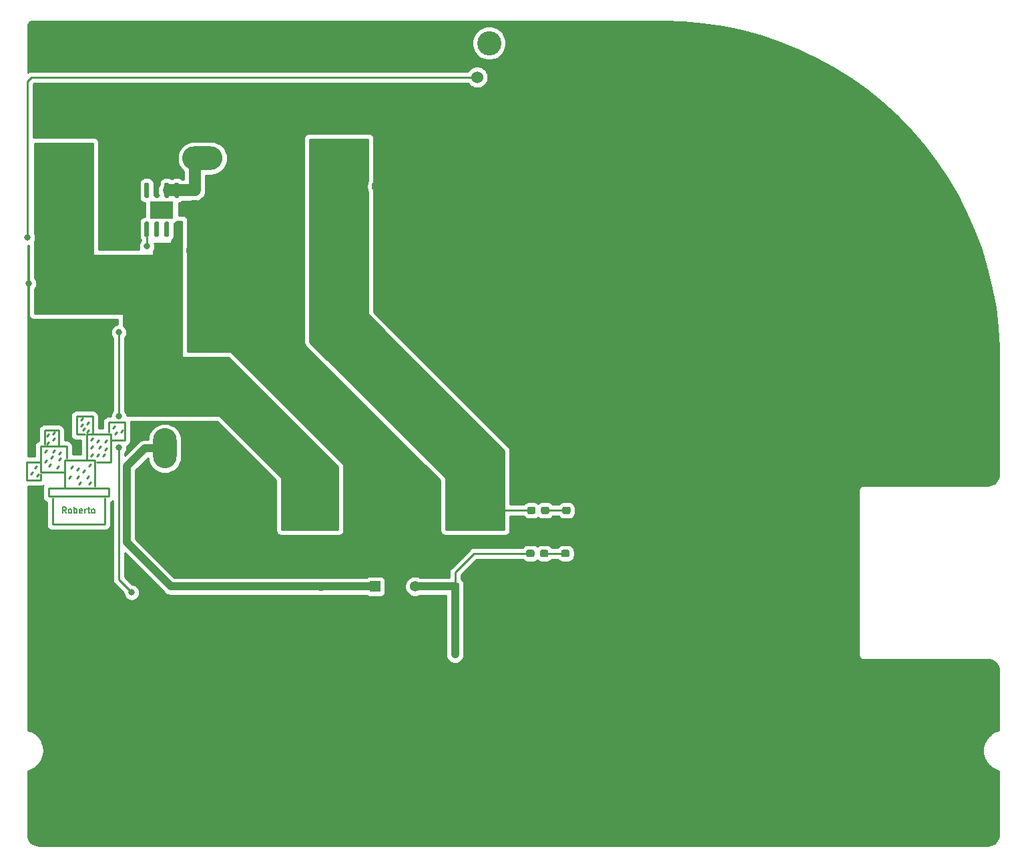
<source format=gbr>
%TF.GenerationSoftware,KiCad,Pcbnew,(5.1.6)-1*%
%TF.CreationDate,2022-03-14T17:12:02-05:00*%
%TF.ProjectId,2022 Multimedia Rev1,32303232-204d-4756-9c74-696d65646961,rev?*%
%TF.SameCoordinates,Original*%
%TF.FileFunction,Copper,L1,Top*%
%TF.FilePolarity,Positive*%
%FSLAX46Y46*%
G04 Gerber Fmt 4.6, Leading zero omitted, Abs format (unit mm)*
G04 Created by KiCad (PCBNEW (5.1.6)-1) date 2022-03-14 17:12:02*
%MOMM*%
%LPD*%
G01*
G04 APERTURE LIST*
%TA.AperFunction,NonConductor*%
%ADD10C,0.190500*%
%TD*%
%TA.AperFunction,ComponentPad*%
%ADD11O,5.100000X3.000000*%
%TD*%
%TA.AperFunction,ComponentPad*%
%ADD12O,3.000000X5.100000*%
%TD*%
%TA.AperFunction,ComponentPad*%
%ADD13C,1.524000*%
%TD*%
%TA.AperFunction,ComponentPad*%
%ADD14C,3.073400*%
%TD*%
%TA.AperFunction,ComponentPad*%
%ADD15C,3.000000*%
%TD*%
%TA.AperFunction,ComponentPad*%
%ADD16R,1.358000X1.358000*%
%TD*%
%TA.AperFunction,ComponentPad*%
%ADD17C,1.358000*%
%TD*%
%TA.AperFunction,SMDPad,CuDef*%
%ADD18R,3.000000X2.290000*%
%TD*%
%TA.AperFunction,ViaPad*%
%ADD19C,0.800000*%
%TD*%
%TA.AperFunction,Conductor*%
%ADD20C,0.254000*%
%TD*%
%TA.AperFunction,Conductor*%
%ADD21C,1.016000*%
%TD*%
%TA.AperFunction,Conductor*%
%ADD22C,1.524000*%
%TD*%
G04 APERTURE END LIST*
D10*
X117801571Y-95848714D02*
X117547571Y-95485857D01*
X117366142Y-95848714D02*
X117366142Y-95086714D01*
X117656428Y-95086714D01*
X117729000Y-95123000D01*
X117765285Y-95159285D01*
X117801571Y-95231857D01*
X117801571Y-95340714D01*
X117765285Y-95413285D01*
X117729000Y-95449571D01*
X117656428Y-95485857D01*
X117366142Y-95485857D01*
X118237000Y-95848714D02*
X118164428Y-95812428D01*
X118128142Y-95776142D01*
X118091857Y-95703571D01*
X118091857Y-95485857D01*
X118128142Y-95413285D01*
X118164428Y-95377000D01*
X118237000Y-95340714D01*
X118345857Y-95340714D01*
X118418428Y-95377000D01*
X118454714Y-95413285D01*
X118491000Y-95485857D01*
X118491000Y-95703571D01*
X118454714Y-95776142D01*
X118418428Y-95812428D01*
X118345857Y-95848714D01*
X118237000Y-95848714D01*
X118817571Y-95848714D02*
X118817571Y-95086714D01*
X118817571Y-95377000D02*
X118890142Y-95340714D01*
X119035285Y-95340714D01*
X119107857Y-95377000D01*
X119144142Y-95413285D01*
X119180428Y-95485857D01*
X119180428Y-95703571D01*
X119144142Y-95776142D01*
X119107857Y-95812428D01*
X119035285Y-95848714D01*
X118890142Y-95848714D01*
X118817571Y-95812428D01*
X119797285Y-95812428D02*
X119724714Y-95848714D01*
X119579571Y-95848714D01*
X119507000Y-95812428D01*
X119470714Y-95739857D01*
X119470714Y-95449571D01*
X119507000Y-95377000D01*
X119579571Y-95340714D01*
X119724714Y-95340714D01*
X119797285Y-95377000D01*
X119833571Y-95449571D01*
X119833571Y-95522142D01*
X119470714Y-95594714D01*
X120160142Y-95848714D02*
X120160142Y-95340714D01*
X120160142Y-95485857D02*
X120196428Y-95413285D01*
X120232714Y-95377000D01*
X120305285Y-95340714D01*
X120377857Y-95340714D01*
X120523000Y-95340714D02*
X120813285Y-95340714D01*
X120631857Y-95086714D02*
X120631857Y-95739857D01*
X120668142Y-95812428D01*
X120740714Y-95848714D01*
X120813285Y-95848714D01*
X121176142Y-95848714D02*
X121103571Y-95812428D01*
X121067285Y-95776142D01*
X121031000Y-95703571D01*
X121031000Y-95485857D01*
X121067285Y-95413285D01*
X121103571Y-95377000D01*
X121176142Y-95340714D01*
X121285000Y-95340714D01*
X121357571Y-95377000D01*
X121393857Y-95413285D01*
X121430142Y-95485857D01*
X121430142Y-95703571D01*
X121393857Y-95776142D01*
X121357571Y-95812428D01*
X121285000Y-95848714D01*
X121176142Y-95848714D01*
D11*
%TO.P,Conn4,1*%
%TO.N,GND*%
X160528000Y-50800000D03*
%TO.P,Conn4,2*%
%TO.N,+5V*%
X152654000Y-50800000D03*
%TD*%
D12*
%TO.P,Conn1,3*%
%TO.N,+12VA*%
X130302000Y-79744000D03*
%TO.P,Conn1,1*%
%TO.N,GND*%
X130279000Y-95492000D03*
%TO.P,Conn1,2*%
%TO.N,+12L*%
X130302000Y-87630000D03*
%TD*%
D13*
%TO.P,Data,1*%
%TO.N,AutopanelNeoPixel*%
X169926000Y-40513000D03*
%TO.P,Data,2*%
%TO.N,GND*%
X172974000Y-40513000D03*
D14*
%TO.P,Data,*%
%TO.N,*%
X171450000Y-36195000D03*
%TD*%
D15*
%TO.P,U2,1*%
%TO.N,+12VA*%
X149606000Y-95504000D03*
%TO.P,U2,4*%
%TO.N,+5V*%
X169164000Y-95567500D03*
%TO.P,U2,3*%
%TO.N,GND*%
X162941000Y-95504000D03*
%TO.P,U2,2*%
X155829000Y-95504000D03*
%TD*%
D16*
%TO.P,U1,1*%
%TO.N,+12L*%
X156972000Y-105156000D03*
D17*
%TO.P,U1,2*%
%TO.N,GND*%
X159512000Y-105156000D03*
%TO.P,U1,3*%
%TO.N,+3V3*%
X162052000Y-105156000D03*
%TD*%
D11*
%TO.P,Conn3,1*%
%TO.N,GND*%
X142960000Y-50800000D03*
%TO.P,Conn3,2*%
%TO.N,Net-(C10-Pad1)*%
X135086000Y-50800000D03*
%TD*%
%TO.P,Conn2,1*%
%TO.N,GND*%
X125222000Y-50927000D03*
%TO.P,Conn2,2*%
%TO.N,+12VA*%
X117348000Y-50927000D03*
%TD*%
%TO.P,C10,2*%
%TO.N,GND*%
%TA.AperFunction,SMDPad,CuDef*%
G36*
G01*
X133874500Y-56089000D02*
X134349500Y-56089000D01*
G75*
G02*
X134587000Y-56326500I0J-237500D01*
G01*
X134587000Y-56901500D01*
G75*
G02*
X134349500Y-57139000I-237500J0D01*
G01*
X133874500Y-57139000D01*
G75*
G02*
X133637000Y-56901500I0J237500D01*
G01*
X133637000Y-56326500D01*
G75*
G02*
X133874500Y-56089000I237500J0D01*
G01*
G37*
%TD.AperFunction*%
%TO.P,C10,1*%
%TO.N,Net-(C10-Pad1)*%
%TA.AperFunction,SMDPad,CuDef*%
G36*
G01*
X133874500Y-54339000D02*
X134349500Y-54339000D01*
G75*
G02*
X134587000Y-54576500I0J-237500D01*
G01*
X134587000Y-55151500D01*
G75*
G02*
X134349500Y-55389000I-237500J0D01*
G01*
X133874500Y-55389000D01*
G75*
G02*
X133637000Y-55151500I0J237500D01*
G01*
X133637000Y-54576500D01*
G75*
G02*
X133874500Y-54339000I237500J0D01*
G01*
G37*
%TD.AperFunction*%
%TD*%
%TO.P,C9,2*%
%TO.N,GND*%
%TA.AperFunction,SMDPad,CuDef*%
G36*
G01*
X133051000Y-62721500D02*
X133051000Y-62246500D01*
G75*
G02*
X133288500Y-62009000I237500J0D01*
G01*
X133863500Y-62009000D01*
G75*
G02*
X134101000Y-62246500I0J-237500D01*
G01*
X134101000Y-62721500D01*
G75*
G02*
X133863500Y-62959000I-237500J0D01*
G01*
X133288500Y-62959000D01*
G75*
G02*
X133051000Y-62721500I0J237500D01*
G01*
G37*
%TD.AperFunction*%
%TO.P,C9,1*%
%TO.N,+12VA*%
%TA.AperFunction,SMDPad,CuDef*%
G36*
G01*
X131301000Y-62721500D02*
X131301000Y-62246500D01*
G75*
G02*
X131538500Y-62009000I237500J0D01*
G01*
X132113500Y-62009000D01*
G75*
G02*
X132351000Y-62246500I0J-237500D01*
G01*
X132351000Y-62721500D01*
G75*
G02*
X132113500Y-62959000I-237500J0D01*
G01*
X131538500Y-62959000D01*
G75*
G02*
X131301000Y-62721500I0J237500D01*
G01*
G37*
%TD.AperFunction*%
%TD*%
D18*
%TO.P,U3,9*%
%TO.N,N/C*%
X129921000Y-57339000D03*
%TO.P,U3,8*%
%TO.N,+12VA*%
%TA.AperFunction,SMDPad,CuDef*%
G36*
G01*
X131676000Y-58839000D02*
X131976000Y-58839000D01*
G75*
G02*
X132126000Y-58989000I0J-150000D01*
G01*
X132126000Y-60639000D01*
G75*
G02*
X131976000Y-60789000I-150000J0D01*
G01*
X131676000Y-60789000D01*
G75*
G02*
X131526000Y-60639000I0J150000D01*
G01*
X131526000Y-58989000D01*
G75*
G02*
X131676000Y-58839000I150000J0D01*
G01*
G37*
%TD.AperFunction*%
%TO.P,U3,7*%
%TO.N,N/C*%
%TA.AperFunction,SMDPad,CuDef*%
G36*
G01*
X130406000Y-58839000D02*
X130706000Y-58839000D01*
G75*
G02*
X130856000Y-58989000I0J-150000D01*
G01*
X130856000Y-60639000D01*
G75*
G02*
X130706000Y-60789000I-150000J0D01*
G01*
X130406000Y-60789000D01*
G75*
G02*
X130256000Y-60639000I0J150000D01*
G01*
X130256000Y-58989000D01*
G75*
G02*
X130406000Y-58839000I150000J0D01*
G01*
G37*
%TD.AperFunction*%
%TO.P,U3,6*%
%TA.AperFunction,SMDPad,CuDef*%
G36*
G01*
X129136000Y-58839000D02*
X129436000Y-58839000D01*
G75*
G02*
X129586000Y-58989000I0J-150000D01*
G01*
X129586000Y-60639000D01*
G75*
G02*
X129436000Y-60789000I-150000J0D01*
G01*
X129136000Y-60789000D01*
G75*
G02*
X128986000Y-60639000I0J150000D01*
G01*
X128986000Y-58989000D01*
G75*
G02*
X129136000Y-58839000I150000J0D01*
G01*
G37*
%TD.AperFunction*%
%TO.P,U3,5*%
%TO.N,HeadlightToggle*%
%TA.AperFunction,SMDPad,CuDef*%
G36*
G01*
X127866000Y-58839000D02*
X128166000Y-58839000D01*
G75*
G02*
X128316000Y-58989000I0J-150000D01*
G01*
X128316000Y-60639000D01*
G75*
G02*
X128166000Y-60789000I-150000J0D01*
G01*
X127866000Y-60789000D01*
G75*
G02*
X127716000Y-60639000I0J150000D01*
G01*
X127716000Y-58989000D01*
G75*
G02*
X127866000Y-58839000I150000J0D01*
G01*
G37*
%TD.AperFunction*%
%TO.P,U3,4*%
%TO.N,N/C*%
%TA.AperFunction,SMDPad,CuDef*%
G36*
G01*
X127866000Y-53889000D02*
X128166000Y-53889000D01*
G75*
G02*
X128316000Y-54039000I0J-150000D01*
G01*
X128316000Y-55689000D01*
G75*
G02*
X128166000Y-55839000I-150000J0D01*
G01*
X127866000Y-55839000D01*
G75*
G02*
X127716000Y-55689000I0J150000D01*
G01*
X127716000Y-54039000D01*
G75*
G02*
X127866000Y-53889000I150000J0D01*
G01*
G37*
%TD.AperFunction*%
%TO.P,U3,3*%
%TO.N,GND*%
%TA.AperFunction,SMDPad,CuDef*%
G36*
G01*
X129136000Y-53889000D02*
X129436000Y-53889000D01*
G75*
G02*
X129586000Y-54039000I0J-150000D01*
G01*
X129586000Y-55689000D01*
G75*
G02*
X129436000Y-55839000I-150000J0D01*
G01*
X129136000Y-55839000D01*
G75*
G02*
X128986000Y-55689000I0J150000D01*
G01*
X128986000Y-54039000D01*
G75*
G02*
X129136000Y-53889000I150000J0D01*
G01*
G37*
%TD.AperFunction*%
%TO.P,U3,2*%
%TO.N,Net-(C10-Pad1)*%
%TA.AperFunction,SMDPad,CuDef*%
G36*
G01*
X130406000Y-53889000D02*
X130706000Y-53889000D01*
G75*
G02*
X130856000Y-54039000I0J-150000D01*
G01*
X130856000Y-55689000D01*
G75*
G02*
X130706000Y-55839000I-150000J0D01*
G01*
X130406000Y-55839000D01*
G75*
G02*
X130256000Y-55689000I0J150000D01*
G01*
X130256000Y-54039000D01*
G75*
G02*
X130406000Y-53889000I150000J0D01*
G01*
G37*
%TD.AperFunction*%
%TO.P,U3,1*%
%TA.AperFunction,SMDPad,CuDef*%
G36*
G01*
X131676000Y-53889000D02*
X131976000Y-53889000D01*
G75*
G02*
X132126000Y-54039000I0J-150000D01*
G01*
X132126000Y-55689000D01*
G75*
G02*
X131976000Y-55839000I-150000J0D01*
G01*
X131676000Y-55839000D01*
G75*
G02*
X131526000Y-55689000I0J150000D01*
G01*
X131526000Y-54039000D01*
G75*
G02*
X131676000Y-53889000I150000J0D01*
G01*
G37*
%TD.AperFunction*%
%TD*%
%TO.P,R2,2*%
%TO.N,+5V*%
%TA.AperFunction,SMDPad,CuDef*%
G36*
G01*
X177323000Y-95266500D02*
X177323000Y-95741500D01*
G75*
G02*
X177085500Y-95979000I-237500J0D01*
G01*
X176510500Y-95979000D01*
G75*
G02*
X176273000Y-95741500I0J237500D01*
G01*
X176273000Y-95266500D01*
G75*
G02*
X176510500Y-95029000I237500J0D01*
G01*
X177085500Y-95029000D01*
G75*
G02*
X177323000Y-95266500I0J-237500D01*
G01*
G37*
%TD.AperFunction*%
%TO.P,R2,1*%
%TO.N,Net-(D2-Pad2)*%
%TA.AperFunction,SMDPad,CuDef*%
G36*
G01*
X179073000Y-95266500D02*
X179073000Y-95741500D01*
G75*
G02*
X178835500Y-95979000I-237500J0D01*
G01*
X178260500Y-95979000D01*
G75*
G02*
X178023000Y-95741500I0J237500D01*
G01*
X178023000Y-95266500D01*
G75*
G02*
X178260500Y-95029000I237500J0D01*
G01*
X178835500Y-95029000D01*
G75*
G02*
X179073000Y-95266500I0J-237500D01*
G01*
G37*
%TD.AperFunction*%
%TD*%
%TO.P,R1,2*%
%TO.N,+3V3*%
%TA.AperFunction,SMDPad,CuDef*%
G36*
G01*
X177196000Y-100727500D02*
X177196000Y-101202500D01*
G75*
G02*
X176958500Y-101440000I-237500J0D01*
G01*
X176383500Y-101440000D01*
G75*
G02*
X176146000Y-101202500I0J237500D01*
G01*
X176146000Y-100727500D01*
G75*
G02*
X176383500Y-100490000I237500J0D01*
G01*
X176958500Y-100490000D01*
G75*
G02*
X177196000Y-100727500I0J-237500D01*
G01*
G37*
%TD.AperFunction*%
%TO.P,R1,1*%
%TO.N,Net-(D1-Pad2)*%
%TA.AperFunction,SMDPad,CuDef*%
G36*
G01*
X178946000Y-100727500D02*
X178946000Y-101202500D01*
G75*
G02*
X178708500Y-101440000I-237500J0D01*
G01*
X178133500Y-101440000D01*
G75*
G02*
X177896000Y-101202500I0J237500D01*
G01*
X177896000Y-100727500D01*
G75*
G02*
X178133500Y-100490000I237500J0D01*
G01*
X178708500Y-100490000D01*
G75*
G02*
X178946000Y-100727500I0J-237500D01*
G01*
G37*
%TD.AperFunction*%
%TD*%
%TO.P,D2,2*%
%TO.N,Net-(D2-Pad2)*%
%TA.AperFunction,SMDPad,CuDef*%
G36*
G01*
X181768000Y-95266500D02*
X181768000Y-95741500D01*
G75*
G02*
X181530500Y-95979000I-237500J0D01*
G01*
X180955500Y-95979000D01*
G75*
G02*
X180718000Y-95741500I0J237500D01*
G01*
X180718000Y-95266500D01*
G75*
G02*
X180955500Y-95029000I237500J0D01*
G01*
X181530500Y-95029000D01*
G75*
G02*
X181768000Y-95266500I0J-237500D01*
G01*
G37*
%TD.AperFunction*%
%TO.P,D2,1*%
%TO.N,GND*%
%TA.AperFunction,SMDPad,CuDef*%
G36*
G01*
X183518000Y-95266500D02*
X183518000Y-95741500D01*
G75*
G02*
X183280500Y-95979000I-237500J0D01*
G01*
X182705500Y-95979000D01*
G75*
G02*
X182468000Y-95741500I0J237500D01*
G01*
X182468000Y-95266500D01*
G75*
G02*
X182705500Y-95029000I237500J0D01*
G01*
X183280500Y-95029000D01*
G75*
G02*
X183518000Y-95266500I0J-237500D01*
G01*
G37*
%TD.AperFunction*%
%TD*%
%TO.P,D1,2*%
%TO.N,Net-(D1-Pad2)*%
%TA.AperFunction,SMDPad,CuDef*%
G36*
G01*
X181641000Y-100727500D02*
X181641000Y-101202500D01*
G75*
G02*
X181403500Y-101440000I-237500J0D01*
G01*
X180828500Y-101440000D01*
G75*
G02*
X180591000Y-101202500I0J237500D01*
G01*
X180591000Y-100727500D01*
G75*
G02*
X180828500Y-100490000I237500J0D01*
G01*
X181403500Y-100490000D01*
G75*
G02*
X181641000Y-100727500I0J-237500D01*
G01*
G37*
%TD.AperFunction*%
%TO.P,D1,1*%
%TO.N,GND*%
%TA.AperFunction,SMDPad,CuDef*%
G36*
G01*
X183391000Y-100727500D02*
X183391000Y-101202500D01*
G75*
G02*
X183153500Y-101440000I-237500J0D01*
G01*
X182578500Y-101440000D01*
G75*
G02*
X182341000Y-101202500I0J237500D01*
G01*
X182341000Y-100727500D01*
G75*
G02*
X182578500Y-100490000I237500J0D01*
G01*
X183153500Y-100490000D01*
G75*
G02*
X183391000Y-100727500I0J-237500D01*
G01*
G37*
%TD.AperFunction*%
%TD*%
%TO.P,C7,2*%
%TO.N,GND*%
%TA.AperFunction,SMDPad,CuDef*%
G36*
G01*
X156560000Y-54593500D02*
X156560000Y-54118500D01*
G75*
G02*
X156797500Y-53881000I237500J0D01*
G01*
X157372500Y-53881000D01*
G75*
G02*
X157610000Y-54118500I0J-237500D01*
G01*
X157610000Y-54593500D01*
G75*
G02*
X157372500Y-54831000I-237500J0D01*
G01*
X156797500Y-54831000D01*
G75*
G02*
X156560000Y-54593500I0J237500D01*
G01*
G37*
%TD.AperFunction*%
%TO.P,C7,1*%
%TO.N,+5V*%
%TA.AperFunction,SMDPad,CuDef*%
G36*
G01*
X154810000Y-54593500D02*
X154810000Y-54118500D01*
G75*
G02*
X155047500Y-53881000I237500J0D01*
G01*
X155622500Y-53881000D01*
G75*
G02*
X155860000Y-54118500I0J-237500D01*
G01*
X155860000Y-54593500D01*
G75*
G02*
X155622500Y-54831000I-237500J0D01*
G01*
X155047500Y-54831000D01*
G75*
G02*
X154810000Y-54593500I0J237500D01*
G01*
G37*
%TD.AperFunction*%
%TD*%
%TO.P,C4,2*%
%TO.N,GND*%
%TA.AperFunction,SMDPad,CuDef*%
G36*
G01*
X168357000Y-105393500D02*
X168357000Y-104918500D01*
G75*
G02*
X168594500Y-104681000I237500J0D01*
G01*
X169169500Y-104681000D01*
G75*
G02*
X169407000Y-104918500I0J-237500D01*
G01*
X169407000Y-105393500D01*
G75*
G02*
X169169500Y-105631000I-237500J0D01*
G01*
X168594500Y-105631000D01*
G75*
G02*
X168357000Y-105393500I0J237500D01*
G01*
G37*
%TD.AperFunction*%
%TO.P,C4,1*%
%TO.N,+3V3*%
%TA.AperFunction,SMDPad,CuDef*%
G36*
G01*
X166607000Y-105393500D02*
X166607000Y-104918500D01*
G75*
G02*
X166844500Y-104681000I237500J0D01*
G01*
X167419500Y-104681000D01*
G75*
G02*
X167657000Y-104918500I0J-237500D01*
G01*
X167657000Y-105393500D01*
G75*
G02*
X167419500Y-105631000I-237500J0D01*
G01*
X166844500Y-105631000D01*
G75*
G02*
X166607000Y-105393500I0J237500D01*
G01*
G37*
%TD.AperFunction*%
%TD*%
%TO.P,C1,2*%
%TO.N,GND*%
%TA.AperFunction,SMDPad,CuDef*%
G36*
G01*
X150351500Y-103931000D02*
X149876500Y-103931000D01*
G75*
G02*
X149639000Y-103693500I0J237500D01*
G01*
X149639000Y-103118500D01*
G75*
G02*
X149876500Y-102881000I237500J0D01*
G01*
X150351500Y-102881000D01*
G75*
G02*
X150589000Y-103118500I0J-237500D01*
G01*
X150589000Y-103693500D01*
G75*
G02*
X150351500Y-103931000I-237500J0D01*
G01*
G37*
%TD.AperFunction*%
%TO.P,C1,1*%
%TO.N,+12L*%
%TA.AperFunction,SMDPad,CuDef*%
G36*
G01*
X150351500Y-105681000D02*
X149876500Y-105681000D01*
G75*
G02*
X149639000Y-105443500I0J237500D01*
G01*
X149639000Y-104868500D01*
G75*
G02*
X149876500Y-104631000I237500J0D01*
G01*
X150351500Y-104631000D01*
G75*
G02*
X150589000Y-104868500I0J-237500D01*
G01*
X150589000Y-105443500D01*
G75*
G02*
X150351500Y-105681000I-237500J0D01*
G01*
G37*
%TD.AperFunction*%
%TD*%
D19*
%TO.N,GND*%
X115570000Y-81280000D03*
X118110000Y-81280000D03*
X120650000Y-81280000D03*
X123190000Y-81280000D03*
X121920000Y-80010000D03*
X119380000Y-80010000D03*
X116840000Y-80010000D03*
X115570000Y-78740000D03*
X118110000Y-78740000D03*
X120650000Y-78740000D03*
X123190000Y-78740000D03*
X116840000Y-77470000D03*
X119380000Y-77470000D03*
X121920000Y-77470000D03*
X123190000Y-76200000D03*
X120650000Y-76200000D03*
X118110000Y-76200000D03*
X115570000Y-76200000D03*
X113030000Y-66675000D03*
%TO.N,+3V3*%
X167132000Y-113792000D03*
%TO.N,AutopanelNeoPixel*%
X112903000Y-60833000D03*
%TO.N,HeadlightToggle*%
X128016000Y-61976000D03*
X124460000Y-72898000D03*
X124460000Y-83566000D03*
X124460000Y-87503000D03*
X126111000Y-105918000D03*
%TD*%
D20*
%TO.N,*%
X123190000Y-93726000D02*
X123190000Y-92710000D01*
X115570000Y-93726000D02*
X123190000Y-93726000D01*
X117856000Y-87376000D02*
X117856000Y-88900000D01*
X123444000Y-85852000D02*
X123444000Y-86614000D01*
X117602000Y-92710000D02*
X117602000Y-90678000D01*
X117602000Y-90678000D02*
X114554000Y-90678000D01*
X122682000Y-93980000D02*
X122682000Y-97282000D01*
X121412000Y-89154000D02*
X121412000Y-92456000D01*
X115062000Y-87122000D02*
X115062000Y-85344000D01*
X115570000Y-92710000D02*
X115570000Y-93726000D01*
X116840000Y-85344000D02*
X116840000Y-87376000D01*
X116840000Y-87376000D02*
X117856000Y-87376000D01*
X123444000Y-89408000D02*
X121666000Y-89408000D01*
X125222000Y-84328000D02*
X123190000Y-84328000D01*
X117602000Y-92710000D02*
X115570000Y-92710000D01*
X123190000Y-84328000D02*
X123190000Y-85598000D01*
X121158000Y-85852000D02*
X121158000Y-83566000D01*
X120396000Y-89154000D02*
X120396000Y-85852000D01*
X117602000Y-89154000D02*
X120396000Y-89154000D01*
X117602000Y-90678000D02*
X117602000Y-89154000D01*
X114554000Y-87376000D02*
X116840000Y-87376000D01*
X123444000Y-86614000D02*
X123444000Y-89408000D01*
X121158000Y-85852000D02*
X123444000Y-85852000D01*
X120396000Y-85852000D02*
X121158000Y-85852000D01*
X121158000Y-83566000D02*
X119126000Y-83566000D01*
X119126000Y-83566000D02*
X119126000Y-85852000D01*
X120396000Y-89154000D02*
X121412000Y-89154000D01*
X125222000Y-86614000D02*
X125222000Y-84328000D01*
X119126000Y-85852000D02*
X120142000Y-85852000D01*
X122682000Y-97282000D02*
X116078000Y-97282000D01*
X123444000Y-86614000D02*
X125222000Y-86614000D01*
X123190000Y-92710000D02*
X117602000Y-92710000D01*
X116078000Y-93980000D02*
X116078000Y-97282000D01*
X115062000Y-85344000D02*
X116840000Y-85344000D01*
X119888000Y-90678000D02*
X120142000Y-90424000D01*
X120650000Y-92202000D02*
X120904000Y-91948000D01*
X120904000Y-87630000D02*
X121158000Y-87376000D01*
X120904000Y-86614000D02*
X121158000Y-86360000D01*
X123952000Y-85852000D02*
X124206000Y-85598000D01*
X123698000Y-85090000D02*
X123952000Y-84836000D01*
X119888000Y-85344000D02*
X120142000Y-85090000D01*
X119380000Y-92202000D02*
X119634000Y-91948000D01*
X114554000Y-89408000D02*
X114554000Y-87376000D01*
X120396000Y-85598000D02*
X120650000Y-85344000D01*
X116840000Y-89154000D02*
X117094000Y-88900000D01*
X116332000Y-87884000D02*
X116078000Y-88138000D01*
X112776000Y-91694000D02*
X114554000Y-91694000D01*
X114554000Y-89408000D02*
X112776000Y-89408000D01*
X121920000Y-87630000D02*
X122174000Y-87376000D01*
X118110000Y-91440000D02*
X118364000Y-91186000D01*
X121666000Y-86868000D02*
X121920000Y-86614000D01*
X122428000Y-88646000D02*
X122682000Y-88392000D01*
X120650000Y-84328000D02*
X120396000Y-84582000D01*
X115316000Y-87884000D02*
X115062000Y-88138000D01*
X114554000Y-90678000D02*
X114554000Y-89408000D01*
X120650000Y-89916000D02*
X120904000Y-89662000D01*
X115824000Y-89662000D02*
X115570000Y-89916000D01*
X114046000Y-89916000D02*
X113792000Y-90170000D01*
X114300000Y-90932000D02*
X114046000Y-91186000D01*
X120396000Y-91440000D02*
X120650000Y-91186000D01*
X116078000Y-88646000D02*
X115824000Y-88900000D01*
X115570000Y-85852000D02*
X115316000Y-86106000D01*
X112776000Y-89408000D02*
X112776000Y-91694000D01*
X122682000Y-86868000D02*
X122936000Y-86614000D01*
X119888000Y-83820000D02*
X119634000Y-84074000D01*
X119634000Y-84836000D02*
X119888000Y-84582000D01*
X120904000Y-88646000D02*
X121158000Y-88392000D01*
X118364000Y-90170000D02*
X118618000Y-89916000D01*
X119126000Y-91440000D02*
X119380000Y-91186000D01*
X114554000Y-91694000D02*
X114554000Y-90932000D01*
X116586000Y-90170000D02*
X116840000Y-89916000D01*
X116332000Y-86360000D02*
X116078000Y-86614000D01*
X124714000Y-85598000D02*
X124968000Y-85344000D01*
X119126000Y-90424000D02*
X119380000Y-90170000D01*
X116078000Y-85852000D02*
X116332000Y-85598000D01*
X115570000Y-86868000D02*
X115316000Y-87122000D01*
X121666000Y-88646000D02*
X121920000Y-88392000D01*
X116840000Y-88392000D02*
X117094000Y-88138000D01*
X115316000Y-89154000D02*
X115062000Y-89408000D01*
X113538000Y-90678000D02*
X113284000Y-90932000D01*
X122682000Y-87884000D02*
X122936000Y-87630000D01*
D21*
%TO.N,+12L*%
X151638000Y-105156000D02*
X156972000Y-105156000D01*
X151638000Y-105156000D02*
X150114000Y-105156000D01*
X127762000Y-87630000D02*
X130302000Y-87630000D01*
X125476000Y-89916000D02*
X127762000Y-87630000D01*
X125476000Y-99568000D02*
X125476000Y-89916000D01*
X150114000Y-105156000D02*
X131064000Y-105156000D01*
X131064000Y-105156000D02*
X125476000Y-99568000D01*
D20*
%TO.N,+5V*%
X169227500Y-95504000D02*
X169164000Y-95567500D01*
X176798000Y-95504000D02*
X169227500Y-95504000D01*
D21*
%TO.N,+3V3*%
X162052000Y-105156000D02*
X167132000Y-105156000D01*
D20*
X176671000Y-100965000D02*
X169545000Y-100965000D01*
X167132000Y-103378000D02*
X167132000Y-105156000D01*
X169545000Y-100965000D02*
X167132000Y-103378000D01*
D21*
X167132000Y-105156000D02*
X167132000Y-113792000D01*
X167132000Y-113792000D02*
X167132000Y-113792000D01*
D20*
%TO.N,AutopanelNeoPixel*%
X113411000Y-40513000D02*
X169926000Y-40513000D01*
X112903000Y-60833000D02*
X112903000Y-41021000D01*
X112903000Y-41021000D02*
X113411000Y-40513000D01*
%TO.N,Net-(D1-Pad2)*%
X178421000Y-100965000D02*
X181116000Y-100965000D01*
%TO.N,Net-(D2-Pad2)*%
X178548000Y-95504000D02*
X181243000Y-95504000D01*
%TO.N,HeadlightToggle*%
X128016000Y-59814000D02*
X128016000Y-61976000D01*
X124460000Y-72898000D02*
X124460000Y-83566000D01*
X124460000Y-87503000D02*
X124460000Y-104267000D01*
X124460000Y-104267000D02*
X126111000Y-105918000D01*
D22*
%TO.N,Net-(C10-Pad1)*%
X131826000Y-54864000D02*
X134112000Y-54864000D01*
X134112000Y-51399400D02*
X134578000Y-50933400D01*
X131826000Y-54864000D02*
X130810000Y-54864000D01*
X134112000Y-51774000D02*
X135086000Y-50800000D01*
X134112000Y-54864000D02*
X134112000Y-51774000D01*
%TD*%
D20*
%TO.N,GND*%
G36*
X196069700Y-33501133D02*
G01*
X198582508Y-33725395D01*
X201077584Y-34098288D01*
X203546175Y-34618501D01*
X205979555Y-35284199D01*
X208369186Y-36093044D01*
X210706636Y-37042184D01*
X212983662Y-38128270D01*
X215192289Y-39347497D01*
X217324722Y-40695564D01*
X219373438Y-42167717D01*
X221331245Y-43758781D01*
X223191259Y-45463171D01*
X224946897Y-47274848D01*
X226592030Y-49187492D01*
X228120810Y-51194302D01*
X229527891Y-53288261D01*
X230808308Y-55461979D01*
X231957556Y-57707807D01*
X232971587Y-60017833D01*
X233846838Y-62383946D01*
X234580222Y-64797797D01*
X235169157Y-67250886D01*
X235611570Y-69734581D01*
X235905909Y-72240164D01*
X236051430Y-74763960D01*
X236068000Y-75950632D01*
X236068001Y-90899711D01*
X236038766Y-91197876D01*
X235961551Y-91453624D01*
X235836131Y-91689504D01*
X235667289Y-91896525D01*
X235461446Y-92066813D01*
X235226444Y-92193879D01*
X234971240Y-92272877D01*
X234675118Y-92304000D01*
X218980419Y-92304000D01*
X218948000Y-92300807D01*
X218915581Y-92304000D01*
X218818617Y-92313550D01*
X218694207Y-92351290D01*
X218579550Y-92412575D01*
X218479052Y-92495052D01*
X218396575Y-92595550D01*
X218335290Y-92710207D01*
X218297550Y-92834617D01*
X218284807Y-92964000D01*
X218288001Y-92996429D01*
X218288000Y-113759581D01*
X218284807Y-113792000D01*
X218297550Y-113921383D01*
X218335290Y-114045793D01*
X218396575Y-114160450D01*
X218477645Y-114259233D01*
X218479052Y-114260948D01*
X218579550Y-114343425D01*
X218694207Y-114404710D01*
X218818617Y-114442450D01*
X218948000Y-114455193D01*
X218980419Y-114452000D01*
X234663721Y-114452000D01*
X234961875Y-114481234D01*
X235217622Y-114558448D01*
X235453504Y-114683869D01*
X235660530Y-114852716D01*
X235830813Y-115058554D01*
X235957879Y-115293556D01*
X236036876Y-115548756D01*
X236068001Y-115844891D01*
X236068000Y-123379339D01*
X235727946Y-123487211D01*
X235672974Y-123510772D01*
X235617659Y-123533571D01*
X235609553Y-123537954D01*
X235262030Y-123729006D01*
X235212674Y-123762801D01*
X235162847Y-123795906D01*
X235155747Y-123801780D01*
X234851951Y-124056695D01*
X234810105Y-124099428D01*
X234767653Y-124141584D01*
X234761829Y-124148725D01*
X234513332Y-124457794D01*
X234480606Y-124507805D01*
X234447127Y-124557439D01*
X234442801Y-124565576D01*
X234259068Y-124917022D01*
X234236656Y-124972494D01*
X234213478Y-125027632D01*
X234210815Y-125036454D01*
X234098845Y-125416896D01*
X234087645Y-125475612D01*
X234075607Y-125534254D01*
X234074708Y-125543425D01*
X234038766Y-125938370D01*
X234039184Y-125998186D01*
X234038766Y-126058003D01*
X234039665Y-126067174D01*
X234081118Y-126461577D01*
X234093148Y-126520183D01*
X234104355Y-126578935D01*
X234107019Y-126587757D01*
X234224290Y-126966599D01*
X234247474Y-127021750D01*
X234269880Y-127077208D01*
X234274206Y-127085345D01*
X234462828Y-127434193D01*
X234496283Y-127483792D01*
X234529032Y-127533838D01*
X234534855Y-127540977D01*
X234534858Y-127540981D01*
X234534862Y-127540985D01*
X234787644Y-127846547D01*
X234830061Y-127888669D01*
X234871943Y-127931438D01*
X234879044Y-127937311D01*
X235186369Y-128187960D01*
X235236178Y-128221052D01*
X235285550Y-128254859D01*
X235293656Y-128259241D01*
X235643813Y-128445423D01*
X235699105Y-128468212D01*
X235754101Y-128491784D01*
X235762905Y-128494509D01*
X236068001Y-128586623D01*
X236068000Y-136619721D01*
X236038766Y-136917876D01*
X235961551Y-137173624D01*
X235836131Y-137409504D01*
X235667289Y-137616525D01*
X235461446Y-137786813D01*
X235226444Y-137913879D01*
X234971240Y-137992877D01*
X234675118Y-138024000D01*
X114332279Y-138024000D01*
X114034124Y-137994766D01*
X113778376Y-137917551D01*
X113542496Y-137792131D01*
X113335475Y-137623289D01*
X113165187Y-137417446D01*
X113038121Y-137182444D01*
X112959123Y-136927240D01*
X112928000Y-136631118D01*
X112928000Y-128588661D01*
X113268055Y-128480789D01*
X113323040Y-128457222D01*
X113378341Y-128434429D01*
X113386447Y-128430046D01*
X113733970Y-128238994D01*
X113783327Y-128205199D01*
X113833153Y-128172094D01*
X113840254Y-128166220D01*
X114144049Y-127911305D01*
X114185912Y-127868555D01*
X114228347Y-127826416D01*
X114234171Y-127819274D01*
X114482668Y-127510206D01*
X114515415Y-127460164D01*
X114548873Y-127410561D01*
X114553199Y-127402425D01*
X114736932Y-127050978D01*
X114759337Y-126995523D01*
X114782522Y-126940368D01*
X114785185Y-126931546D01*
X114897155Y-126551104D01*
X114908355Y-126492388D01*
X114920393Y-126433746D01*
X114921292Y-126424575D01*
X114957234Y-126029630D01*
X114956816Y-125969814D01*
X114957234Y-125909997D01*
X114956334Y-125900826D01*
X114914882Y-125506422D01*
X114902855Y-125447829D01*
X114891645Y-125389065D01*
X114888981Y-125380243D01*
X114771710Y-125001401D01*
X114748526Y-124946250D01*
X114726120Y-124890792D01*
X114721794Y-124882655D01*
X114533172Y-124533807D01*
X114499717Y-124484208D01*
X114466968Y-124434162D01*
X114461144Y-124427021D01*
X114208356Y-124121453D01*
X114165923Y-124079315D01*
X114124057Y-124036562D01*
X114116962Y-124030694D01*
X114116957Y-124030689D01*
X114116952Y-124030685D01*
X113809631Y-123780041D01*
X113759838Y-123746959D01*
X113710449Y-123713141D01*
X113702343Y-123708759D01*
X113352187Y-123522577D01*
X113296867Y-123499776D01*
X113241899Y-123476216D01*
X113233099Y-123473492D01*
X113233093Y-123473490D01*
X112928000Y-123381378D01*
X112928000Y-92456000D01*
X114516574Y-92456000D01*
X114554000Y-92459686D01*
X114591425Y-92456000D01*
X114591426Y-92456000D01*
X114703378Y-92444974D01*
X114847015Y-92401402D01*
X114880492Y-92383508D01*
X114862598Y-92416985D01*
X114819026Y-92560622D01*
X114804314Y-92710000D01*
X114808000Y-92747425D01*
X114808001Y-93688565D01*
X114804314Y-93726000D01*
X114819026Y-93875378D01*
X114862598Y-94019015D01*
X114933355Y-94151392D01*
X115028578Y-94267422D01*
X115144608Y-94362645D01*
X115276985Y-94433402D01*
X115316000Y-94445237D01*
X115316001Y-97244564D01*
X115312314Y-97282000D01*
X115327026Y-97431378D01*
X115370598Y-97575015D01*
X115441355Y-97707392D01*
X115536578Y-97823422D01*
X115652608Y-97918645D01*
X115784985Y-97989402D01*
X115928622Y-98032974D01*
X116040574Y-98044000D01*
X116040575Y-98044000D01*
X116078000Y-98047686D01*
X116115426Y-98044000D01*
X122644575Y-98044000D01*
X122682000Y-98047686D01*
X122831378Y-98032974D01*
X122975015Y-97989402D01*
X123107392Y-97918645D01*
X123223422Y-97823422D01*
X123318645Y-97707392D01*
X123389402Y-97575015D01*
X123432974Y-97431378D01*
X123444000Y-97319426D01*
X123447686Y-97282000D01*
X123444000Y-97244574D01*
X123444000Y-94445237D01*
X123483015Y-94433402D01*
X123615392Y-94362645D01*
X123698000Y-94294850D01*
X123698001Y-104229567D01*
X123694314Y-104267000D01*
X123709027Y-104416378D01*
X123752599Y-104560015D01*
X123823355Y-104692392D01*
X123889279Y-104772720D01*
X123918579Y-104808422D01*
X123947649Y-104832279D01*
X125076000Y-105960630D01*
X125076000Y-106019939D01*
X125115774Y-106219898D01*
X125193795Y-106408256D01*
X125307063Y-106577774D01*
X125451226Y-106721937D01*
X125620744Y-106835205D01*
X125809102Y-106913226D01*
X126009061Y-106953000D01*
X126212939Y-106953000D01*
X126412898Y-106913226D01*
X126601256Y-106835205D01*
X126770774Y-106721937D01*
X126914937Y-106577774D01*
X127028205Y-106408256D01*
X127106226Y-106219898D01*
X127146000Y-106019939D01*
X127146000Y-105816061D01*
X127106226Y-105616102D01*
X127028205Y-105427744D01*
X126914937Y-105258226D01*
X126770774Y-105114063D01*
X126601256Y-105000795D01*
X126412898Y-104922774D01*
X126212939Y-104883000D01*
X126153630Y-104883000D01*
X125222000Y-103951370D01*
X125222000Y-100930445D01*
X130216077Y-105924523D01*
X130251867Y-105968133D01*
X130425911Y-106110968D01*
X130624477Y-106217103D01*
X130774574Y-106262635D01*
X130839932Y-106282461D01*
X130862600Y-106284694D01*
X131007854Y-106299000D01*
X131007860Y-106299000D01*
X131063999Y-106304529D01*
X131120138Y-106299000D01*
X149694977Y-106299000D01*
X149705684Y-106302248D01*
X149876500Y-106319072D01*
X150351500Y-106319072D01*
X150522316Y-106302248D01*
X150533023Y-106299000D01*
X155857430Y-106299000D01*
X155938506Y-106365537D01*
X156048820Y-106424502D01*
X156168518Y-106460812D01*
X156293000Y-106473072D01*
X157651000Y-106473072D01*
X157775482Y-106460812D01*
X157895180Y-106424502D01*
X158005494Y-106365537D01*
X158102185Y-106286185D01*
X158181537Y-106189494D01*
X158240502Y-106079180D01*
X158276812Y-105959482D01*
X158289072Y-105835000D01*
X158289072Y-105026582D01*
X160738000Y-105026582D01*
X160738000Y-105285418D01*
X160788496Y-105539280D01*
X160887548Y-105778412D01*
X161031349Y-105993626D01*
X161214374Y-106176651D01*
X161429588Y-106320452D01*
X161668720Y-106419504D01*
X161922582Y-106470000D01*
X162181418Y-106470000D01*
X162435280Y-106419504D01*
X162674412Y-106320452D01*
X162706517Y-106299000D01*
X165989000Y-106299000D01*
X165989001Y-113735844D01*
X165983470Y-113792000D01*
X166005539Y-114016067D01*
X166070897Y-114231523D01*
X166177032Y-114430089D01*
X166319867Y-114604133D01*
X166493911Y-114746968D01*
X166692477Y-114853103D01*
X166907933Y-114918461D01*
X167075854Y-114935000D01*
X167132000Y-114940530D01*
X167188146Y-114935000D01*
X167356067Y-114918461D01*
X167571523Y-114853103D01*
X167770089Y-114746968D01*
X167944133Y-114604133D01*
X168086968Y-114430089D01*
X168193103Y-114231523D01*
X168258461Y-114016067D01*
X168280530Y-113792000D01*
X168275000Y-113735854D01*
X168275000Y-105575023D01*
X168278248Y-105564316D01*
X168295072Y-105393500D01*
X168295072Y-104918500D01*
X168278248Y-104747684D01*
X168228423Y-104583433D01*
X168147512Y-104432058D01*
X168038623Y-104299377D01*
X167905942Y-104190488D01*
X167894000Y-104184105D01*
X167894000Y-103693630D01*
X169860631Y-101727000D01*
X175686722Y-101727000D01*
X175764377Y-101821623D01*
X175897058Y-101930512D01*
X176048433Y-102011423D01*
X176212684Y-102061248D01*
X176383500Y-102078072D01*
X176958500Y-102078072D01*
X177129316Y-102061248D01*
X177293567Y-102011423D01*
X177444942Y-101930512D01*
X177546000Y-101847575D01*
X177647058Y-101930512D01*
X177798433Y-102011423D01*
X177962684Y-102061248D01*
X178133500Y-102078072D01*
X178708500Y-102078072D01*
X178879316Y-102061248D01*
X179043567Y-102011423D01*
X179194942Y-101930512D01*
X179327623Y-101821623D01*
X179405278Y-101727000D01*
X180131722Y-101727000D01*
X180209377Y-101821623D01*
X180342058Y-101930512D01*
X180493433Y-102011423D01*
X180657684Y-102061248D01*
X180828500Y-102078072D01*
X181403500Y-102078072D01*
X181574316Y-102061248D01*
X181738567Y-102011423D01*
X181889942Y-101930512D01*
X182022623Y-101821623D01*
X182131512Y-101688942D01*
X182212423Y-101537567D01*
X182262248Y-101373316D01*
X182279072Y-101202500D01*
X182279072Y-100727500D01*
X182262248Y-100556684D01*
X182212423Y-100392433D01*
X182131512Y-100241058D01*
X182022623Y-100108377D01*
X181889942Y-99999488D01*
X181738567Y-99918577D01*
X181574316Y-99868752D01*
X181403500Y-99851928D01*
X180828500Y-99851928D01*
X180657684Y-99868752D01*
X180493433Y-99918577D01*
X180342058Y-99999488D01*
X180209377Y-100108377D01*
X180131722Y-100203000D01*
X179405278Y-100203000D01*
X179327623Y-100108377D01*
X179194942Y-99999488D01*
X179043567Y-99918577D01*
X178879316Y-99868752D01*
X178708500Y-99851928D01*
X178133500Y-99851928D01*
X177962684Y-99868752D01*
X177798433Y-99918577D01*
X177647058Y-99999488D01*
X177546000Y-100082425D01*
X177444942Y-99999488D01*
X177293567Y-99918577D01*
X177129316Y-99868752D01*
X176958500Y-99851928D01*
X176383500Y-99851928D01*
X176212684Y-99868752D01*
X176048433Y-99918577D01*
X175897058Y-99999488D01*
X175764377Y-100108377D01*
X175686722Y-100203000D01*
X169582422Y-100203000D01*
X169544999Y-100199314D01*
X169507576Y-100203000D01*
X169507574Y-100203000D01*
X169395622Y-100214026D01*
X169251985Y-100257598D01*
X169119608Y-100328355D01*
X169003578Y-100423578D01*
X168979721Y-100452648D01*
X166619654Y-102812716D01*
X166590578Y-102836578D01*
X166534983Y-102904322D01*
X166495355Y-102952608D01*
X166457535Y-103023365D01*
X166424598Y-103084986D01*
X166381026Y-103228623D01*
X166370000Y-103340574D01*
X166366314Y-103378000D01*
X166370000Y-103415424D01*
X166370000Y-104013000D01*
X162706517Y-104013000D01*
X162674412Y-103991548D01*
X162435280Y-103892496D01*
X162181418Y-103842000D01*
X161922582Y-103842000D01*
X161668720Y-103892496D01*
X161429588Y-103991548D01*
X161214374Y-104135349D01*
X161031349Y-104318374D01*
X160887548Y-104533588D01*
X160788496Y-104772720D01*
X160738000Y-105026582D01*
X158289072Y-105026582D01*
X158289072Y-104477000D01*
X158276812Y-104352518D01*
X158240502Y-104232820D01*
X158181537Y-104122506D01*
X158102185Y-104025815D01*
X158005494Y-103946463D01*
X157895180Y-103887498D01*
X157775482Y-103851188D01*
X157651000Y-103838928D01*
X156293000Y-103838928D01*
X156168518Y-103851188D01*
X156048820Y-103887498D01*
X155938506Y-103946463D01*
X155857430Y-104013000D01*
X150533023Y-104013000D01*
X150522316Y-104009752D01*
X150351500Y-103992928D01*
X149876500Y-103992928D01*
X149705684Y-104009752D01*
X149694977Y-104013000D01*
X131537446Y-104013000D01*
X126619000Y-99094555D01*
X126619000Y-90389445D01*
X128172072Y-88836374D01*
X128197892Y-89098533D01*
X128319975Y-89500982D01*
X128518224Y-89871881D01*
X128785024Y-90196977D01*
X129110120Y-90463777D01*
X129481019Y-90662026D01*
X129883468Y-90784108D01*
X130302000Y-90825330D01*
X130720533Y-90784108D01*
X131122982Y-90662026D01*
X131493881Y-90463777D01*
X131818977Y-90196977D01*
X132085777Y-89871881D01*
X132284026Y-89500982D01*
X132406108Y-89098533D01*
X132437000Y-88784882D01*
X132437000Y-86475118D01*
X132406108Y-86161467D01*
X132284026Y-85759018D01*
X132085777Y-85388119D01*
X131818977Y-85063023D01*
X131493881Y-84796223D01*
X131122981Y-84597974D01*
X130720532Y-84475892D01*
X130302000Y-84434670D01*
X129883467Y-84475892D01*
X129481018Y-84597974D01*
X129110119Y-84796223D01*
X128785023Y-85063023D01*
X128518223Y-85388119D01*
X128319974Y-85759019D01*
X128197892Y-86161468D01*
X128167000Y-86475119D01*
X128167000Y-86487000D01*
X127818138Y-86487000D01*
X127761999Y-86481471D01*
X127705860Y-86487000D01*
X127705854Y-86487000D01*
X127560600Y-86501306D01*
X127537932Y-86503539D01*
X127472574Y-86523365D01*
X127322477Y-86568897D01*
X127123911Y-86675032D01*
X126949867Y-86817867D01*
X126914077Y-86861477D01*
X125222000Y-88553555D01*
X125222000Y-88204711D01*
X125263937Y-88162774D01*
X125377205Y-87993256D01*
X125455226Y-87804898D01*
X125495000Y-87604939D01*
X125495000Y-87401061D01*
X125481196Y-87331661D01*
X125515015Y-87321402D01*
X125647392Y-87250645D01*
X125763422Y-87155422D01*
X125858645Y-87039392D01*
X125929402Y-86907015D01*
X125972974Y-86763378D01*
X125987686Y-86614000D01*
X125984000Y-86576574D01*
X125984000Y-84365426D01*
X125987686Y-84328000D01*
X125983844Y-84288985D01*
X125975178Y-84201000D01*
X136896974Y-84201000D01*
X144399000Y-91703026D01*
X144399000Y-98044000D01*
X144411201Y-98167882D01*
X144447336Y-98287004D01*
X144506017Y-98396787D01*
X144584987Y-98493013D01*
X144681213Y-98571983D01*
X144790996Y-98630664D01*
X144910118Y-98666799D01*
X145034000Y-98679000D01*
X152400000Y-98679000D01*
X152523882Y-98666799D01*
X152643004Y-98630664D01*
X152752787Y-98571983D01*
X152849013Y-98493013D01*
X152927983Y-98396787D01*
X152986664Y-98287004D01*
X153022799Y-98167882D01*
X153035000Y-98044000D01*
X153035000Y-89916000D01*
X153022799Y-89792118D01*
X152986664Y-89672996D01*
X152927983Y-89563213D01*
X152849013Y-89466987D01*
X138879013Y-75496987D01*
X138782787Y-75418017D01*
X138673004Y-75359336D01*
X138553882Y-75323201D01*
X138430000Y-75311000D01*
X133223000Y-75311000D01*
X133223000Y-58674000D01*
X133210799Y-58550118D01*
X133174664Y-58430996D01*
X133115983Y-58321213D01*
X133037013Y-58224987D01*
X132940787Y-58146017D01*
X132831004Y-58087336D01*
X132711882Y-58051201D01*
X132588000Y-58039000D01*
X132059072Y-58039000D01*
X132059072Y-56468890D01*
X132129745Y-56461929D01*
X132277582Y-56417084D01*
X132413829Y-56344258D01*
X132515279Y-56261000D01*
X134043375Y-56261000D01*
X134112000Y-56267759D01*
X134180625Y-56261000D01*
X134385860Y-56240786D01*
X134649195Y-56160904D01*
X134891887Y-56031183D01*
X135104608Y-55856608D01*
X135279183Y-55643887D01*
X135408904Y-55401195D01*
X135488786Y-55137860D01*
X135515759Y-54864000D01*
X135509000Y-54795375D01*
X135509000Y-52935000D01*
X136240882Y-52935000D01*
X136554533Y-52904108D01*
X136956982Y-52782026D01*
X137327881Y-52583777D01*
X137652977Y-52316977D01*
X137919777Y-51991881D01*
X138118026Y-51620982D01*
X138240108Y-51218533D01*
X138281330Y-50800000D01*
X138240108Y-50381467D01*
X138118026Y-49979018D01*
X137919777Y-49608119D01*
X137652977Y-49283023D01*
X137327881Y-49016223D01*
X136956982Y-48817974D01*
X136554533Y-48695892D01*
X136240882Y-48665000D01*
X133931118Y-48665000D01*
X133617467Y-48695892D01*
X133215018Y-48817974D01*
X132844119Y-49016223D01*
X132519023Y-49283023D01*
X132252223Y-49608119D01*
X132053974Y-49979018D01*
X131931892Y-50381467D01*
X131890670Y-50800000D01*
X131931892Y-51218533D01*
X132053974Y-51620982D01*
X132252223Y-51991881D01*
X132519023Y-52316977D01*
X132715001Y-52477812D01*
X132715000Y-53467000D01*
X132515279Y-53467000D01*
X132413829Y-53383742D01*
X132277582Y-53310916D01*
X132129745Y-53266071D01*
X131976000Y-53250928D01*
X131676000Y-53250928D01*
X131522255Y-53266071D01*
X131374418Y-53310916D01*
X131238171Y-53383742D01*
X131191000Y-53422454D01*
X131143829Y-53383742D01*
X131007582Y-53310916D01*
X130859745Y-53266071D01*
X130706000Y-53250928D01*
X130406000Y-53250928D01*
X130252255Y-53266071D01*
X130104418Y-53310916D01*
X129968171Y-53383742D01*
X129848749Y-53481749D01*
X129750742Y-53601171D01*
X129677916Y-53737418D01*
X129633071Y-53885255D01*
X129617928Y-54039000D01*
X129617928Y-54130677D01*
X129513096Y-54326805D01*
X129433214Y-54590140D01*
X129406241Y-54864000D01*
X129433214Y-55137860D01*
X129513096Y-55401195D01*
X129595802Y-55555928D01*
X128954072Y-55555928D01*
X128954072Y-54039000D01*
X128938929Y-53885255D01*
X128894084Y-53737418D01*
X128821258Y-53601171D01*
X128723251Y-53481749D01*
X128603829Y-53383742D01*
X128467582Y-53310916D01*
X128319745Y-53266071D01*
X128166000Y-53250928D01*
X127866000Y-53250928D01*
X127712255Y-53266071D01*
X127564418Y-53310916D01*
X127428171Y-53383742D01*
X127308749Y-53481749D01*
X127210742Y-53601171D01*
X127137916Y-53737418D01*
X127093071Y-53885255D01*
X127077928Y-54039000D01*
X127077928Y-55689000D01*
X127093071Y-55842745D01*
X127137916Y-55990582D01*
X127210742Y-56126829D01*
X127308749Y-56246251D01*
X127428171Y-56344258D01*
X127564418Y-56417084D01*
X127712255Y-56461929D01*
X127782928Y-56468890D01*
X127782928Y-58209110D01*
X127712255Y-58216071D01*
X127564418Y-58260916D01*
X127428171Y-58333742D01*
X127308749Y-58431749D01*
X127210742Y-58551171D01*
X127137916Y-58687418D01*
X127093071Y-58835255D01*
X127077928Y-58989000D01*
X127077928Y-60639000D01*
X127093071Y-60792745D01*
X127137916Y-60940582D01*
X127210742Y-61076829D01*
X127254001Y-61129540D01*
X127254001Y-61274288D01*
X127212063Y-61316226D01*
X127098795Y-61485744D01*
X127020774Y-61674102D01*
X126981000Y-61874061D01*
X126981000Y-62077939D01*
X127020774Y-62277898D01*
X127053539Y-62357000D01*
X121920000Y-62357000D01*
X121920000Y-48768000D01*
X121907799Y-48644118D01*
X121871664Y-48524996D01*
X121812983Y-48415213D01*
X121734013Y-48318987D01*
X121662137Y-48260000D01*
X147955000Y-48260000D01*
X147955000Y-74168000D01*
X147967201Y-74291882D01*
X148003336Y-74411004D01*
X148062017Y-74520787D01*
X148140987Y-74617013D01*
X165227000Y-91703026D01*
X165227000Y-98044000D01*
X165239201Y-98167882D01*
X165275336Y-98287004D01*
X165334017Y-98396787D01*
X165412987Y-98493013D01*
X165509213Y-98571983D01*
X165618996Y-98630664D01*
X165738118Y-98666799D01*
X165862000Y-98679000D01*
X173482000Y-98679000D01*
X173605882Y-98666799D01*
X173725004Y-98630664D01*
X173834787Y-98571983D01*
X173931013Y-98493013D01*
X174009983Y-98396787D01*
X174068664Y-98287004D01*
X174104799Y-98167882D01*
X174117000Y-98044000D01*
X174117000Y-96266000D01*
X175813722Y-96266000D01*
X175891377Y-96360623D01*
X176024058Y-96469512D01*
X176175433Y-96550423D01*
X176339684Y-96600248D01*
X176510500Y-96617072D01*
X177085500Y-96617072D01*
X177256316Y-96600248D01*
X177420567Y-96550423D01*
X177571942Y-96469512D01*
X177673000Y-96386575D01*
X177774058Y-96469512D01*
X177925433Y-96550423D01*
X178089684Y-96600248D01*
X178260500Y-96617072D01*
X178835500Y-96617072D01*
X179006316Y-96600248D01*
X179170567Y-96550423D01*
X179321942Y-96469512D01*
X179454623Y-96360623D01*
X179532278Y-96266000D01*
X180258722Y-96266000D01*
X180336377Y-96360623D01*
X180469058Y-96469512D01*
X180620433Y-96550423D01*
X180784684Y-96600248D01*
X180955500Y-96617072D01*
X181530500Y-96617072D01*
X181701316Y-96600248D01*
X181865567Y-96550423D01*
X182016942Y-96469512D01*
X182149623Y-96360623D01*
X182258512Y-96227942D01*
X182339423Y-96076567D01*
X182389248Y-95912316D01*
X182406072Y-95741500D01*
X182406072Y-95266500D01*
X182389248Y-95095684D01*
X182339423Y-94931433D01*
X182258512Y-94780058D01*
X182149623Y-94647377D01*
X182016942Y-94538488D01*
X181865567Y-94457577D01*
X181701316Y-94407752D01*
X181530500Y-94390928D01*
X180955500Y-94390928D01*
X180784684Y-94407752D01*
X180620433Y-94457577D01*
X180469058Y-94538488D01*
X180336377Y-94647377D01*
X180258722Y-94742000D01*
X179532278Y-94742000D01*
X179454623Y-94647377D01*
X179321942Y-94538488D01*
X179170567Y-94457577D01*
X179006316Y-94407752D01*
X178835500Y-94390928D01*
X178260500Y-94390928D01*
X178089684Y-94407752D01*
X177925433Y-94457577D01*
X177774058Y-94538488D01*
X177673000Y-94621425D01*
X177571942Y-94538488D01*
X177420567Y-94457577D01*
X177256316Y-94407752D01*
X177085500Y-94390928D01*
X176510500Y-94390928D01*
X176339684Y-94407752D01*
X176175433Y-94457577D01*
X176024058Y-94538488D01*
X175891377Y-94647377D01*
X175813722Y-94742000D01*
X174117000Y-94742000D01*
X174117000Y-87884000D01*
X174104799Y-87760118D01*
X174068664Y-87640996D01*
X174009983Y-87531213D01*
X173931013Y-87434987D01*
X156845000Y-70348974D01*
X156845000Y-48260000D01*
X156832799Y-48136118D01*
X156796664Y-48016996D01*
X156737983Y-47907213D01*
X156659013Y-47810987D01*
X156562787Y-47732017D01*
X156453004Y-47673336D01*
X156333882Y-47637201D01*
X156210000Y-47625000D01*
X148590000Y-47625000D01*
X148466118Y-47637201D01*
X148346996Y-47673336D01*
X148237213Y-47732017D01*
X148140987Y-47810987D01*
X148062017Y-47907213D01*
X148003336Y-48016996D01*
X147967201Y-48136118D01*
X147955000Y-48260000D01*
X121662137Y-48260000D01*
X121637787Y-48240017D01*
X121528004Y-48181336D01*
X121408882Y-48145201D01*
X121285000Y-48133000D01*
X113665000Y-48133000D01*
X113665000Y-41336630D01*
X113726630Y-41275000D01*
X168754995Y-41275000D01*
X168840880Y-41403535D01*
X169035465Y-41598120D01*
X169264273Y-41751005D01*
X169518510Y-41856314D01*
X169788408Y-41910000D01*
X170063592Y-41910000D01*
X170333490Y-41856314D01*
X170587727Y-41751005D01*
X170816535Y-41598120D01*
X171011120Y-41403535D01*
X171164005Y-41174727D01*
X171269314Y-40920490D01*
X171323000Y-40650592D01*
X171323000Y-40375408D01*
X171269314Y-40105510D01*
X171164005Y-39851273D01*
X171011120Y-39622465D01*
X170816535Y-39427880D01*
X170587727Y-39274995D01*
X170333490Y-39169686D01*
X170063592Y-39116000D01*
X169788408Y-39116000D01*
X169518510Y-39169686D01*
X169264273Y-39274995D01*
X169035465Y-39427880D01*
X168840880Y-39622465D01*
X168754995Y-39751000D01*
X113448415Y-39751000D01*
X113410999Y-39747315D01*
X113373583Y-39751000D01*
X113373574Y-39751000D01*
X113261622Y-39762026D01*
X113117985Y-39805598D01*
X112985608Y-39876355D01*
X112928000Y-39923632D01*
X112928000Y-35981106D01*
X169278300Y-35981106D01*
X169278300Y-36408894D01*
X169361757Y-36828462D01*
X169525464Y-37223686D01*
X169763130Y-37579378D01*
X170065622Y-37881870D01*
X170421314Y-38119536D01*
X170816538Y-38283243D01*
X171236106Y-38366700D01*
X171663894Y-38366700D01*
X172083462Y-38283243D01*
X172478686Y-38119536D01*
X172834378Y-37881870D01*
X173136870Y-37579378D01*
X173374536Y-37223686D01*
X173538243Y-36828462D01*
X173621700Y-36408894D01*
X173621700Y-35981106D01*
X173538243Y-35561538D01*
X173374536Y-35166314D01*
X173136870Y-34810622D01*
X172834378Y-34508130D01*
X172478686Y-34270464D01*
X172083462Y-34106757D01*
X171663894Y-34023300D01*
X171236106Y-34023300D01*
X170816538Y-34106757D01*
X170421314Y-34270464D01*
X170065622Y-34508130D01*
X169763130Y-34810622D01*
X169525464Y-35166314D01*
X169361757Y-35561538D01*
X169278300Y-35981106D01*
X112928000Y-35981106D01*
X112928000Y-34068279D01*
X112942722Y-33918131D01*
X112976953Y-33804754D01*
X113032555Y-33700181D01*
X113107407Y-33608404D01*
X113198664Y-33532909D01*
X113302844Y-33476581D01*
X113415976Y-33441560D01*
X113564022Y-33426000D01*
X193538191Y-33426000D01*
X196069700Y-33501133D01*
G37*
X196069700Y-33501133D02*
X198582508Y-33725395D01*
X201077584Y-34098288D01*
X203546175Y-34618501D01*
X205979555Y-35284199D01*
X208369186Y-36093044D01*
X210706636Y-37042184D01*
X212983662Y-38128270D01*
X215192289Y-39347497D01*
X217324722Y-40695564D01*
X219373438Y-42167717D01*
X221331245Y-43758781D01*
X223191259Y-45463171D01*
X224946897Y-47274848D01*
X226592030Y-49187492D01*
X228120810Y-51194302D01*
X229527891Y-53288261D01*
X230808308Y-55461979D01*
X231957556Y-57707807D01*
X232971587Y-60017833D01*
X233846838Y-62383946D01*
X234580222Y-64797797D01*
X235169157Y-67250886D01*
X235611570Y-69734581D01*
X235905909Y-72240164D01*
X236051430Y-74763960D01*
X236068000Y-75950632D01*
X236068001Y-90899711D01*
X236038766Y-91197876D01*
X235961551Y-91453624D01*
X235836131Y-91689504D01*
X235667289Y-91896525D01*
X235461446Y-92066813D01*
X235226444Y-92193879D01*
X234971240Y-92272877D01*
X234675118Y-92304000D01*
X218980419Y-92304000D01*
X218948000Y-92300807D01*
X218915581Y-92304000D01*
X218818617Y-92313550D01*
X218694207Y-92351290D01*
X218579550Y-92412575D01*
X218479052Y-92495052D01*
X218396575Y-92595550D01*
X218335290Y-92710207D01*
X218297550Y-92834617D01*
X218284807Y-92964000D01*
X218288001Y-92996429D01*
X218288000Y-113759581D01*
X218284807Y-113792000D01*
X218297550Y-113921383D01*
X218335290Y-114045793D01*
X218396575Y-114160450D01*
X218477645Y-114259233D01*
X218479052Y-114260948D01*
X218579550Y-114343425D01*
X218694207Y-114404710D01*
X218818617Y-114442450D01*
X218948000Y-114455193D01*
X218980419Y-114452000D01*
X234663721Y-114452000D01*
X234961875Y-114481234D01*
X235217622Y-114558448D01*
X235453504Y-114683869D01*
X235660530Y-114852716D01*
X235830813Y-115058554D01*
X235957879Y-115293556D01*
X236036876Y-115548756D01*
X236068001Y-115844891D01*
X236068000Y-123379339D01*
X235727946Y-123487211D01*
X235672974Y-123510772D01*
X235617659Y-123533571D01*
X235609553Y-123537954D01*
X235262030Y-123729006D01*
X235212674Y-123762801D01*
X235162847Y-123795906D01*
X235155747Y-123801780D01*
X234851951Y-124056695D01*
X234810105Y-124099428D01*
X234767653Y-124141584D01*
X234761829Y-124148725D01*
X234513332Y-124457794D01*
X234480606Y-124507805D01*
X234447127Y-124557439D01*
X234442801Y-124565576D01*
X234259068Y-124917022D01*
X234236656Y-124972494D01*
X234213478Y-125027632D01*
X234210815Y-125036454D01*
X234098845Y-125416896D01*
X234087645Y-125475612D01*
X234075607Y-125534254D01*
X234074708Y-125543425D01*
X234038766Y-125938370D01*
X234039184Y-125998186D01*
X234038766Y-126058003D01*
X234039665Y-126067174D01*
X234081118Y-126461577D01*
X234093148Y-126520183D01*
X234104355Y-126578935D01*
X234107019Y-126587757D01*
X234224290Y-126966599D01*
X234247474Y-127021750D01*
X234269880Y-127077208D01*
X234274206Y-127085345D01*
X234462828Y-127434193D01*
X234496283Y-127483792D01*
X234529032Y-127533838D01*
X234534855Y-127540977D01*
X234534858Y-127540981D01*
X234534862Y-127540985D01*
X234787644Y-127846547D01*
X234830061Y-127888669D01*
X234871943Y-127931438D01*
X234879044Y-127937311D01*
X235186369Y-128187960D01*
X235236178Y-128221052D01*
X235285550Y-128254859D01*
X235293656Y-128259241D01*
X235643813Y-128445423D01*
X235699105Y-128468212D01*
X235754101Y-128491784D01*
X235762905Y-128494509D01*
X236068001Y-128586623D01*
X236068000Y-136619721D01*
X236038766Y-136917876D01*
X235961551Y-137173624D01*
X235836131Y-137409504D01*
X235667289Y-137616525D01*
X235461446Y-137786813D01*
X235226444Y-137913879D01*
X234971240Y-137992877D01*
X234675118Y-138024000D01*
X114332279Y-138024000D01*
X114034124Y-137994766D01*
X113778376Y-137917551D01*
X113542496Y-137792131D01*
X113335475Y-137623289D01*
X113165187Y-137417446D01*
X113038121Y-137182444D01*
X112959123Y-136927240D01*
X112928000Y-136631118D01*
X112928000Y-128588661D01*
X113268055Y-128480789D01*
X113323040Y-128457222D01*
X113378341Y-128434429D01*
X113386447Y-128430046D01*
X113733970Y-128238994D01*
X113783327Y-128205199D01*
X113833153Y-128172094D01*
X113840254Y-128166220D01*
X114144049Y-127911305D01*
X114185912Y-127868555D01*
X114228347Y-127826416D01*
X114234171Y-127819274D01*
X114482668Y-127510206D01*
X114515415Y-127460164D01*
X114548873Y-127410561D01*
X114553199Y-127402425D01*
X114736932Y-127050978D01*
X114759337Y-126995523D01*
X114782522Y-126940368D01*
X114785185Y-126931546D01*
X114897155Y-126551104D01*
X114908355Y-126492388D01*
X114920393Y-126433746D01*
X114921292Y-126424575D01*
X114957234Y-126029630D01*
X114956816Y-125969814D01*
X114957234Y-125909997D01*
X114956334Y-125900826D01*
X114914882Y-125506422D01*
X114902855Y-125447829D01*
X114891645Y-125389065D01*
X114888981Y-125380243D01*
X114771710Y-125001401D01*
X114748526Y-124946250D01*
X114726120Y-124890792D01*
X114721794Y-124882655D01*
X114533172Y-124533807D01*
X114499717Y-124484208D01*
X114466968Y-124434162D01*
X114461144Y-124427021D01*
X114208356Y-124121453D01*
X114165923Y-124079315D01*
X114124057Y-124036562D01*
X114116962Y-124030694D01*
X114116957Y-124030689D01*
X114116952Y-124030685D01*
X113809631Y-123780041D01*
X113759838Y-123746959D01*
X113710449Y-123713141D01*
X113702343Y-123708759D01*
X113352187Y-123522577D01*
X113296867Y-123499776D01*
X113241899Y-123476216D01*
X113233099Y-123473492D01*
X113233093Y-123473490D01*
X112928000Y-123381378D01*
X112928000Y-92456000D01*
X114516574Y-92456000D01*
X114554000Y-92459686D01*
X114591425Y-92456000D01*
X114591426Y-92456000D01*
X114703378Y-92444974D01*
X114847015Y-92401402D01*
X114880492Y-92383508D01*
X114862598Y-92416985D01*
X114819026Y-92560622D01*
X114804314Y-92710000D01*
X114808000Y-92747425D01*
X114808001Y-93688565D01*
X114804314Y-93726000D01*
X114819026Y-93875378D01*
X114862598Y-94019015D01*
X114933355Y-94151392D01*
X115028578Y-94267422D01*
X115144608Y-94362645D01*
X115276985Y-94433402D01*
X115316000Y-94445237D01*
X115316001Y-97244564D01*
X115312314Y-97282000D01*
X115327026Y-97431378D01*
X115370598Y-97575015D01*
X115441355Y-97707392D01*
X115536578Y-97823422D01*
X115652608Y-97918645D01*
X115784985Y-97989402D01*
X115928622Y-98032974D01*
X116040574Y-98044000D01*
X116040575Y-98044000D01*
X116078000Y-98047686D01*
X116115426Y-98044000D01*
X122644575Y-98044000D01*
X122682000Y-98047686D01*
X122831378Y-98032974D01*
X122975015Y-97989402D01*
X123107392Y-97918645D01*
X123223422Y-97823422D01*
X123318645Y-97707392D01*
X123389402Y-97575015D01*
X123432974Y-97431378D01*
X123444000Y-97319426D01*
X123447686Y-97282000D01*
X123444000Y-97244574D01*
X123444000Y-94445237D01*
X123483015Y-94433402D01*
X123615392Y-94362645D01*
X123698000Y-94294850D01*
X123698001Y-104229567D01*
X123694314Y-104267000D01*
X123709027Y-104416378D01*
X123752599Y-104560015D01*
X123823355Y-104692392D01*
X123889279Y-104772720D01*
X123918579Y-104808422D01*
X123947649Y-104832279D01*
X125076000Y-105960630D01*
X125076000Y-106019939D01*
X125115774Y-106219898D01*
X125193795Y-106408256D01*
X125307063Y-106577774D01*
X125451226Y-106721937D01*
X125620744Y-106835205D01*
X125809102Y-106913226D01*
X126009061Y-106953000D01*
X126212939Y-106953000D01*
X126412898Y-106913226D01*
X126601256Y-106835205D01*
X126770774Y-106721937D01*
X126914937Y-106577774D01*
X127028205Y-106408256D01*
X127106226Y-106219898D01*
X127146000Y-106019939D01*
X127146000Y-105816061D01*
X127106226Y-105616102D01*
X127028205Y-105427744D01*
X126914937Y-105258226D01*
X126770774Y-105114063D01*
X126601256Y-105000795D01*
X126412898Y-104922774D01*
X126212939Y-104883000D01*
X126153630Y-104883000D01*
X125222000Y-103951370D01*
X125222000Y-100930445D01*
X130216077Y-105924523D01*
X130251867Y-105968133D01*
X130425911Y-106110968D01*
X130624477Y-106217103D01*
X130774574Y-106262635D01*
X130839932Y-106282461D01*
X130862600Y-106284694D01*
X131007854Y-106299000D01*
X131007860Y-106299000D01*
X131063999Y-106304529D01*
X131120138Y-106299000D01*
X149694977Y-106299000D01*
X149705684Y-106302248D01*
X149876500Y-106319072D01*
X150351500Y-106319072D01*
X150522316Y-106302248D01*
X150533023Y-106299000D01*
X155857430Y-106299000D01*
X155938506Y-106365537D01*
X156048820Y-106424502D01*
X156168518Y-106460812D01*
X156293000Y-106473072D01*
X157651000Y-106473072D01*
X157775482Y-106460812D01*
X157895180Y-106424502D01*
X158005494Y-106365537D01*
X158102185Y-106286185D01*
X158181537Y-106189494D01*
X158240502Y-106079180D01*
X158276812Y-105959482D01*
X158289072Y-105835000D01*
X158289072Y-105026582D01*
X160738000Y-105026582D01*
X160738000Y-105285418D01*
X160788496Y-105539280D01*
X160887548Y-105778412D01*
X161031349Y-105993626D01*
X161214374Y-106176651D01*
X161429588Y-106320452D01*
X161668720Y-106419504D01*
X161922582Y-106470000D01*
X162181418Y-106470000D01*
X162435280Y-106419504D01*
X162674412Y-106320452D01*
X162706517Y-106299000D01*
X165989000Y-106299000D01*
X165989001Y-113735844D01*
X165983470Y-113792000D01*
X166005539Y-114016067D01*
X166070897Y-114231523D01*
X166177032Y-114430089D01*
X166319867Y-114604133D01*
X166493911Y-114746968D01*
X166692477Y-114853103D01*
X166907933Y-114918461D01*
X167075854Y-114935000D01*
X167132000Y-114940530D01*
X167188146Y-114935000D01*
X167356067Y-114918461D01*
X167571523Y-114853103D01*
X167770089Y-114746968D01*
X167944133Y-114604133D01*
X168086968Y-114430089D01*
X168193103Y-114231523D01*
X168258461Y-114016067D01*
X168280530Y-113792000D01*
X168275000Y-113735854D01*
X168275000Y-105575023D01*
X168278248Y-105564316D01*
X168295072Y-105393500D01*
X168295072Y-104918500D01*
X168278248Y-104747684D01*
X168228423Y-104583433D01*
X168147512Y-104432058D01*
X168038623Y-104299377D01*
X167905942Y-104190488D01*
X167894000Y-104184105D01*
X167894000Y-103693630D01*
X169860631Y-101727000D01*
X175686722Y-101727000D01*
X175764377Y-101821623D01*
X175897058Y-101930512D01*
X176048433Y-102011423D01*
X176212684Y-102061248D01*
X176383500Y-102078072D01*
X176958500Y-102078072D01*
X177129316Y-102061248D01*
X177293567Y-102011423D01*
X177444942Y-101930512D01*
X177546000Y-101847575D01*
X177647058Y-101930512D01*
X177798433Y-102011423D01*
X177962684Y-102061248D01*
X178133500Y-102078072D01*
X178708500Y-102078072D01*
X178879316Y-102061248D01*
X179043567Y-102011423D01*
X179194942Y-101930512D01*
X179327623Y-101821623D01*
X179405278Y-101727000D01*
X180131722Y-101727000D01*
X180209377Y-101821623D01*
X180342058Y-101930512D01*
X180493433Y-102011423D01*
X180657684Y-102061248D01*
X180828500Y-102078072D01*
X181403500Y-102078072D01*
X181574316Y-102061248D01*
X181738567Y-102011423D01*
X181889942Y-101930512D01*
X182022623Y-101821623D01*
X182131512Y-101688942D01*
X182212423Y-101537567D01*
X182262248Y-101373316D01*
X182279072Y-101202500D01*
X182279072Y-100727500D01*
X182262248Y-100556684D01*
X182212423Y-100392433D01*
X182131512Y-100241058D01*
X182022623Y-100108377D01*
X181889942Y-99999488D01*
X181738567Y-99918577D01*
X181574316Y-99868752D01*
X181403500Y-99851928D01*
X180828500Y-99851928D01*
X180657684Y-99868752D01*
X180493433Y-99918577D01*
X180342058Y-99999488D01*
X180209377Y-100108377D01*
X180131722Y-100203000D01*
X179405278Y-100203000D01*
X179327623Y-100108377D01*
X179194942Y-99999488D01*
X179043567Y-99918577D01*
X178879316Y-99868752D01*
X178708500Y-99851928D01*
X178133500Y-99851928D01*
X177962684Y-99868752D01*
X177798433Y-99918577D01*
X177647058Y-99999488D01*
X177546000Y-100082425D01*
X177444942Y-99999488D01*
X177293567Y-99918577D01*
X177129316Y-99868752D01*
X176958500Y-99851928D01*
X176383500Y-99851928D01*
X176212684Y-99868752D01*
X176048433Y-99918577D01*
X175897058Y-99999488D01*
X175764377Y-100108377D01*
X175686722Y-100203000D01*
X169582422Y-100203000D01*
X169544999Y-100199314D01*
X169507576Y-100203000D01*
X169507574Y-100203000D01*
X169395622Y-100214026D01*
X169251985Y-100257598D01*
X169119608Y-100328355D01*
X169003578Y-100423578D01*
X168979721Y-100452648D01*
X166619654Y-102812716D01*
X166590578Y-102836578D01*
X166534983Y-102904322D01*
X166495355Y-102952608D01*
X166457535Y-103023365D01*
X166424598Y-103084986D01*
X166381026Y-103228623D01*
X166370000Y-103340574D01*
X166366314Y-103378000D01*
X166370000Y-103415424D01*
X166370000Y-104013000D01*
X162706517Y-104013000D01*
X162674412Y-103991548D01*
X162435280Y-103892496D01*
X162181418Y-103842000D01*
X161922582Y-103842000D01*
X161668720Y-103892496D01*
X161429588Y-103991548D01*
X161214374Y-104135349D01*
X161031349Y-104318374D01*
X160887548Y-104533588D01*
X160788496Y-104772720D01*
X160738000Y-105026582D01*
X158289072Y-105026582D01*
X158289072Y-104477000D01*
X158276812Y-104352518D01*
X158240502Y-104232820D01*
X158181537Y-104122506D01*
X158102185Y-104025815D01*
X158005494Y-103946463D01*
X157895180Y-103887498D01*
X157775482Y-103851188D01*
X157651000Y-103838928D01*
X156293000Y-103838928D01*
X156168518Y-103851188D01*
X156048820Y-103887498D01*
X155938506Y-103946463D01*
X155857430Y-104013000D01*
X150533023Y-104013000D01*
X150522316Y-104009752D01*
X150351500Y-103992928D01*
X149876500Y-103992928D01*
X149705684Y-104009752D01*
X149694977Y-104013000D01*
X131537446Y-104013000D01*
X126619000Y-99094555D01*
X126619000Y-90389445D01*
X128172072Y-88836374D01*
X128197892Y-89098533D01*
X128319975Y-89500982D01*
X128518224Y-89871881D01*
X128785024Y-90196977D01*
X129110120Y-90463777D01*
X129481019Y-90662026D01*
X129883468Y-90784108D01*
X130302000Y-90825330D01*
X130720533Y-90784108D01*
X131122982Y-90662026D01*
X131493881Y-90463777D01*
X131818977Y-90196977D01*
X132085777Y-89871881D01*
X132284026Y-89500982D01*
X132406108Y-89098533D01*
X132437000Y-88784882D01*
X132437000Y-86475118D01*
X132406108Y-86161467D01*
X132284026Y-85759018D01*
X132085777Y-85388119D01*
X131818977Y-85063023D01*
X131493881Y-84796223D01*
X131122981Y-84597974D01*
X130720532Y-84475892D01*
X130302000Y-84434670D01*
X129883467Y-84475892D01*
X129481018Y-84597974D01*
X129110119Y-84796223D01*
X128785023Y-85063023D01*
X128518223Y-85388119D01*
X128319974Y-85759019D01*
X128197892Y-86161468D01*
X128167000Y-86475119D01*
X128167000Y-86487000D01*
X127818138Y-86487000D01*
X127761999Y-86481471D01*
X127705860Y-86487000D01*
X127705854Y-86487000D01*
X127560600Y-86501306D01*
X127537932Y-86503539D01*
X127472574Y-86523365D01*
X127322477Y-86568897D01*
X127123911Y-86675032D01*
X126949867Y-86817867D01*
X126914077Y-86861477D01*
X125222000Y-88553555D01*
X125222000Y-88204711D01*
X125263937Y-88162774D01*
X125377205Y-87993256D01*
X125455226Y-87804898D01*
X125495000Y-87604939D01*
X125495000Y-87401061D01*
X125481196Y-87331661D01*
X125515015Y-87321402D01*
X125647392Y-87250645D01*
X125763422Y-87155422D01*
X125858645Y-87039392D01*
X125929402Y-86907015D01*
X125972974Y-86763378D01*
X125987686Y-86614000D01*
X125984000Y-86576574D01*
X125984000Y-84365426D01*
X125987686Y-84328000D01*
X125983844Y-84288985D01*
X125975178Y-84201000D01*
X136896974Y-84201000D01*
X144399000Y-91703026D01*
X144399000Y-98044000D01*
X144411201Y-98167882D01*
X144447336Y-98287004D01*
X144506017Y-98396787D01*
X144584987Y-98493013D01*
X144681213Y-98571983D01*
X144790996Y-98630664D01*
X144910118Y-98666799D01*
X145034000Y-98679000D01*
X152400000Y-98679000D01*
X152523882Y-98666799D01*
X152643004Y-98630664D01*
X152752787Y-98571983D01*
X152849013Y-98493013D01*
X152927983Y-98396787D01*
X152986664Y-98287004D01*
X153022799Y-98167882D01*
X153035000Y-98044000D01*
X153035000Y-89916000D01*
X153022799Y-89792118D01*
X152986664Y-89672996D01*
X152927983Y-89563213D01*
X152849013Y-89466987D01*
X138879013Y-75496987D01*
X138782787Y-75418017D01*
X138673004Y-75359336D01*
X138553882Y-75323201D01*
X138430000Y-75311000D01*
X133223000Y-75311000D01*
X133223000Y-58674000D01*
X133210799Y-58550118D01*
X133174664Y-58430996D01*
X133115983Y-58321213D01*
X133037013Y-58224987D01*
X132940787Y-58146017D01*
X132831004Y-58087336D01*
X132711882Y-58051201D01*
X132588000Y-58039000D01*
X132059072Y-58039000D01*
X132059072Y-56468890D01*
X132129745Y-56461929D01*
X132277582Y-56417084D01*
X132413829Y-56344258D01*
X132515279Y-56261000D01*
X134043375Y-56261000D01*
X134112000Y-56267759D01*
X134180625Y-56261000D01*
X134385860Y-56240786D01*
X134649195Y-56160904D01*
X134891887Y-56031183D01*
X135104608Y-55856608D01*
X135279183Y-55643887D01*
X135408904Y-55401195D01*
X135488786Y-55137860D01*
X135515759Y-54864000D01*
X135509000Y-54795375D01*
X135509000Y-52935000D01*
X136240882Y-52935000D01*
X136554533Y-52904108D01*
X136956982Y-52782026D01*
X137327881Y-52583777D01*
X137652977Y-52316977D01*
X137919777Y-51991881D01*
X138118026Y-51620982D01*
X138240108Y-51218533D01*
X138281330Y-50800000D01*
X138240108Y-50381467D01*
X138118026Y-49979018D01*
X137919777Y-49608119D01*
X137652977Y-49283023D01*
X137327881Y-49016223D01*
X136956982Y-48817974D01*
X136554533Y-48695892D01*
X136240882Y-48665000D01*
X133931118Y-48665000D01*
X133617467Y-48695892D01*
X133215018Y-48817974D01*
X132844119Y-49016223D01*
X132519023Y-49283023D01*
X132252223Y-49608119D01*
X132053974Y-49979018D01*
X131931892Y-50381467D01*
X131890670Y-50800000D01*
X131931892Y-51218533D01*
X132053974Y-51620982D01*
X132252223Y-51991881D01*
X132519023Y-52316977D01*
X132715001Y-52477812D01*
X132715000Y-53467000D01*
X132515279Y-53467000D01*
X132413829Y-53383742D01*
X132277582Y-53310916D01*
X132129745Y-53266071D01*
X131976000Y-53250928D01*
X131676000Y-53250928D01*
X131522255Y-53266071D01*
X131374418Y-53310916D01*
X131238171Y-53383742D01*
X131191000Y-53422454D01*
X131143829Y-53383742D01*
X131007582Y-53310916D01*
X130859745Y-53266071D01*
X130706000Y-53250928D01*
X130406000Y-53250928D01*
X130252255Y-53266071D01*
X130104418Y-53310916D01*
X129968171Y-53383742D01*
X129848749Y-53481749D01*
X129750742Y-53601171D01*
X129677916Y-53737418D01*
X129633071Y-53885255D01*
X129617928Y-54039000D01*
X129617928Y-54130677D01*
X129513096Y-54326805D01*
X129433214Y-54590140D01*
X129406241Y-54864000D01*
X129433214Y-55137860D01*
X129513096Y-55401195D01*
X129595802Y-55555928D01*
X128954072Y-55555928D01*
X128954072Y-54039000D01*
X128938929Y-53885255D01*
X128894084Y-53737418D01*
X128821258Y-53601171D01*
X128723251Y-53481749D01*
X128603829Y-53383742D01*
X128467582Y-53310916D01*
X128319745Y-53266071D01*
X128166000Y-53250928D01*
X127866000Y-53250928D01*
X127712255Y-53266071D01*
X127564418Y-53310916D01*
X127428171Y-53383742D01*
X127308749Y-53481749D01*
X127210742Y-53601171D01*
X127137916Y-53737418D01*
X127093071Y-53885255D01*
X127077928Y-54039000D01*
X127077928Y-55689000D01*
X127093071Y-55842745D01*
X127137916Y-55990582D01*
X127210742Y-56126829D01*
X127308749Y-56246251D01*
X127428171Y-56344258D01*
X127564418Y-56417084D01*
X127712255Y-56461929D01*
X127782928Y-56468890D01*
X127782928Y-58209110D01*
X127712255Y-58216071D01*
X127564418Y-58260916D01*
X127428171Y-58333742D01*
X127308749Y-58431749D01*
X127210742Y-58551171D01*
X127137916Y-58687418D01*
X127093071Y-58835255D01*
X127077928Y-58989000D01*
X127077928Y-60639000D01*
X127093071Y-60792745D01*
X127137916Y-60940582D01*
X127210742Y-61076829D01*
X127254001Y-61129540D01*
X127254001Y-61274288D01*
X127212063Y-61316226D01*
X127098795Y-61485744D01*
X127020774Y-61674102D01*
X126981000Y-61874061D01*
X126981000Y-62077939D01*
X127020774Y-62277898D01*
X127053539Y-62357000D01*
X121920000Y-62357000D01*
X121920000Y-48768000D01*
X121907799Y-48644118D01*
X121871664Y-48524996D01*
X121812983Y-48415213D01*
X121734013Y-48318987D01*
X121662137Y-48260000D01*
X147955000Y-48260000D01*
X147955000Y-74168000D01*
X147967201Y-74291882D01*
X148003336Y-74411004D01*
X148062017Y-74520787D01*
X148140987Y-74617013D01*
X165227000Y-91703026D01*
X165227000Y-98044000D01*
X165239201Y-98167882D01*
X165275336Y-98287004D01*
X165334017Y-98396787D01*
X165412987Y-98493013D01*
X165509213Y-98571983D01*
X165618996Y-98630664D01*
X165738118Y-98666799D01*
X165862000Y-98679000D01*
X173482000Y-98679000D01*
X173605882Y-98666799D01*
X173725004Y-98630664D01*
X173834787Y-98571983D01*
X173931013Y-98493013D01*
X174009983Y-98396787D01*
X174068664Y-98287004D01*
X174104799Y-98167882D01*
X174117000Y-98044000D01*
X174117000Y-96266000D01*
X175813722Y-96266000D01*
X175891377Y-96360623D01*
X176024058Y-96469512D01*
X176175433Y-96550423D01*
X176339684Y-96600248D01*
X176510500Y-96617072D01*
X177085500Y-96617072D01*
X177256316Y-96600248D01*
X177420567Y-96550423D01*
X177571942Y-96469512D01*
X177673000Y-96386575D01*
X177774058Y-96469512D01*
X177925433Y-96550423D01*
X178089684Y-96600248D01*
X178260500Y-96617072D01*
X178835500Y-96617072D01*
X179006316Y-96600248D01*
X179170567Y-96550423D01*
X179321942Y-96469512D01*
X179454623Y-96360623D01*
X179532278Y-96266000D01*
X180258722Y-96266000D01*
X180336377Y-96360623D01*
X180469058Y-96469512D01*
X180620433Y-96550423D01*
X180784684Y-96600248D01*
X180955500Y-96617072D01*
X181530500Y-96617072D01*
X181701316Y-96600248D01*
X181865567Y-96550423D01*
X182016942Y-96469512D01*
X182149623Y-96360623D01*
X182258512Y-96227942D01*
X182339423Y-96076567D01*
X182389248Y-95912316D01*
X182406072Y-95741500D01*
X182406072Y-95266500D01*
X182389248Y-95095684D01*
X182339423Y-94931433D01*
X182258512Y-94780058D01*
X182149623Y-94647377D01*
X182016942Y-94538488D01*
X181865567Y-94457577D01*
X181701316Y-94407752D01*
X181530500Y-94390928D01*
X180955500Y-94390928D01*
X180784684Y-94407752D01*
X180620433Y-94457577D01*
X180469058Y-94538488D01*
X180336377Y-94647377D01*
X180258722Y-94742000D01*
X179532278Y-94742000D01*
X179454623Y-94647377D01*
X179321942Y-94538488D01*
X179170567Y-94457577D01*
X179006316Y-94407752D01*
X178835500Y-94390928D01*
X178260500Y-94390928D01*
X178089684Y-94407752D01*
X177925433Y-94457577D01*
X177774058Y-94538488D01*
X177673000Y-94621425D01*
X177571942Y-94538488D01*
X177420567Y-94457577D01*
X177256316Y-94407752D01*
X177085500Y-94390928D01*
X176510500Y-94390928D01*
X176339684Y-94407752D01*
X176175433Y-94457577D01*
X176024058Y-94538488D01*
X175891377Y-94647377D01*
X175813722Y-94742000D01*
X174117000Y-94742000D01*
X174117000Y-87884000D01*
X174104799Y-87760118D01*
X174068664Y-87640996D01*
X174009983Y-87531213D01*
X173931013Y-87434987D01*
X156845000Y-70348974D01*
X156845000Y-48260000D01*
X156832799Y-48136118D01*
X156796664Y-48016996D01*
X156737983Y-47907213D01*
X156659013Y-47810987D01*
X156562787Y-47732017D01*
X156453004Y-47673336D01*
X156333882Y-47637201D01*
X156210000Y-47625000D01*
X148590000Y-47625000D01*
X148466118Y-47637201D01*
X148346996Y-47673336D01*
X148237213Y-47732017D01*
X148140987Y-47810987D01*
X148062017Y-47907213D01*
X148003336Y-48016996D01*
X147967201Y-48136118D01*
X147955000Y-48260000D01*
X121662137Y-48260000D01*
X121637787Y-48240017D01*
X121528004Y-48181336D01*
X121408882Y-48145201D01*
X121285000Y-48133000D01*
X113665000Y-48133000D01*
X113665000Y-41336630D01*
X113726630Y-41275000D01*
X168754995Y-41275000D01*
X168840880Y-41403535D01*
X169035465Y-41598120D01*
X169264273Y-41751005D01*
X169518510Y-41856314D01*
X169788408Y-41910000D01*
X170063592Y-41910000D01*
X170333490Y-41856314D01*
X170587727Y-41751005D01*
X170816535Y-41598120D01*
X171011120Y-41403535D01*
X171164005Y-41174727D01*
X171269314Y-40920490D01*
X171323000Y-40650592D01*
X171323000Y-40375408D01*
X171269314Y-40105510D01*
X171164005Y-39851273D01*
X171011120Y-39622465D01*
X170816535Y-39427880D01*
X170587727Y-39274995D01*
X170333490Y-39169686D01*
X170063592Y-39116000D01*
X169788408Y-39116000D01*
X169518510Y-39169686D01*
X169264273Y-39274995D01*
X169035465Y-39427880D01*
X168840880Y-39622465D01*
X168754995Y-39751000D01*
X113448415Y-39751000D01*
X113410999Y-39747315D01*
X113373583Y-39751000D01*
X113373574Y-39751000D01*
X113261622Y-39762026D01*
X113117985Y-39805598D01*
X112985608Y-39876355D01*
X112928000Y-39923632D01*
X112928000Y-35981106D01*
X169278300Y-35981106D01*
X169278300Y-36408894D01*
X169361757Y-36828462D01*
X169525464Y-37223686D01*
X169763130Y-37579378D01*
X170065622Y-37881870D01*
X170421314Y-38119536D01*
X170816538Y-38283243D01*
X171236106Y-38366700D01*
X171663894Y-38366700D01*
X172083462Y-38283243D01*
X172478686Y-38119536D01*
X172834378Y-37881870D01*
X173136870Y-37579378D01*
X173374536Y-37223686D01*
X173538243Y-36828462D01*
X173621700Y-36408894D01*
X173621700Y-35981106D01*
X173538243Y-35561538D01*
X173374536Y-35166314D01*
X173136870Y-34810622D01*
X172834378Y-34508130D01*
X172478686Y-34270464D01*
X172083462Y-34106757D01*
X171663894Y-34023300D01*
X171236106Y-34023300D01*
X170816538Y-34106757D01*
X170421314Y-34270464D01*
X170065622Y-34508130D01*
X169763130Y-34810622D01*
X169525464Y-35166314D01*
X169361757Y-35561538D01*
X169278300Y-35981106D01*
X112928000Y-35981106D01*
X112928000Y-34068279D01*
X112942722Y-33918131D01*
X112976953Y-33804754D01*
X113032555Y-33700181D01*
X113107407Y-33608404D01*
X113198664Y-33532909D01*
X113302844Y-33476581D01*
X113415976Y-33441560D01*
X113564022Y-33426000D01*
X193538191Y-33426000D01*
X196069700Y-33501133D01*
G36*
X113030000Y-70612000D02*
G01*
X113042201Y-70735882D01*
X113078336Y-70855004D01*
X113137017Y-70964787D01*
X113215987Y-71061013D01*
X113312213Y-71139983D01*
X113421996Y-71198664D01*
X113541118Y-71234799D01*
X113665000Y-71247000D01*
X124333000Y-71247000D01*
X124333000Y-71867985D01*
X124158102Y-71902774D01*
X123969744Y-71980795D01*
X123800226Y-72094063D01*
X123656063Y-72238226D01*
X123542795Y-72407744D01*
X123464774Y-72596102D01*
X123425000Y-72796061D01*
X123425000Y-72999939D01*
X123464774Y-73199898D01*
X123542795Y-73388256D01*
X123656063Y-73557774D01*
X123698000Y-73599711D01*
X123698001Y-82864288D01*
X123656063Y-82906226D01*
X123542795Y-83075744D01*
X123464774Y-83264102D01*
X123425000Y-83464061D01*
X123425000Y-83566000D01*
X123227425Y-83566000D01*
X123190000Y-83562314D01*
X123152574Y-83566000D01*
X123040622Y-83577026D01*
X122896985Y-83620598D01*
X122764608Y-83691355D01*
X122648578Y-83786578D01*
X122553355Y-83902608D01*
X122482598Y-84034985D01*
X122439026Y-84178622D01*
X122424314Y-84328000D01*
X122428000Y-84365426D01*
X122428001Y-85090000D01*
X121920000Y-85090000D01*
X121920000Y-83603426D01*
X121923686Y-83566000D01*
X121919844Y-83526985D01*
X121908974Y-83416622D01*
X121865402Y-83272985D01*
X121794645Y-83140608D01*
X121699422Y-83024578D01*
X121583392Y-82929355D01*
X121451015Y-82858598D01*
X121307378Y-82815026D01*
X121158000Y-82800314D01*
X121120575Y-82804000D01*
X119163425Y-82804000D01*
X119126000Y-82800314D01*
X119088574Y-82804000D01*
X118976622Y-82815026D01*
X118832985Y-82858598D01*
X118700608Y-82929355D01*
X118584578Y-83024578D01*
X118489355Y-83140608D01*
X118418598Y-83272985D01*
X118375026Y-83416622D01*
X118360314Y-83566000D01*
X118364000Y-83603426D01*
X118364001Y-85814564D01*
X118360314Y-85852000D01*
X118375026Y-86001378D01*
X118418598Y-86145015D01*
X118489355Y-86277392D01*
X118584578Y-86393422D01*
X118700608Y-86488645D01*
X118832985Y-86559402D01*
X118976622Y-86602974D01*
X119088574Y-86614000D01*
X119088575Y-86614000D01*
X119126000Y-86617686D01*
X119163426Y-86614000D01*
X119634001Y-86614000D01*
X119634000Y-88392000D01*
X118618000Y-88392000D01*
X118618000Y-87413426D01*
X118621686Y-87376000D01*
X118617844Y-87336985D01*
X118606974Y-87226622D01*
X118563402Y-87082985D01*
X118492645Y-86950608D01*
X118397422Y-86834578D01*
X118390607Y-86828985D01*
X118281392Y-86739355D01*
X118149015Y-86668598D01*
X118005378Y-86625026D01*
X117893426Y-86614000D01*
X117893425Y-86614000D01*
X117856000Y-86610314D01*
X117818574Y-86614000D01*
X117602000Y-86614000D01*
X117602000Y-85381426D01*
X117605686Y-85344000D01*
X117601844Y-85304985D01*
X117590974Y-85194622D01*
X117547402Y-85050985D01*
X117476645Y-84918608D01*
X117381422Y-84802578D01*
X117373678Y-84796223D01*
X117265392Y-84707355D01*
X117133015Y-84636598D01*
X116989378Y-84593026D01*
X116877426Y-84582000D01*
X116877425Y-84582000D01*
X116840000Y-84578314D01*
X116802574Y-84582000D01*
X115099426Y-84582000D01*
X115062000Y-84578314D01*
X115024575Y-84582000D01*
X115024574Y-84582000D01*
X114912622Y-84593026D01*
X114768985Y-84636598D01*
X114636608Y-84707355D01*
X114520578Y-84802578D01*
X114425355Y-84918608D01*
X114354598Y-85050985D01*
X114311026Y-85194622D01*
X114296314Y-85344000D01*
X114300001Y-85381435D01*
X114300000Y-86656763D01*
X114260985Y-86668598D01*
X114128608Y-86739355D01*
X114012578Y-86834578D01*
X113917355Y-86950608D01*
X113846598Y-87082985D01*
X113803026Y-87226622D01*
X113788314Y-87376000D01*
X113792001Y-87413436D01*
X113792000Y-88646000D01*
X112928000Y-88646000D01*
X112928000Y-61868000D01*
X113004939Y-61868000D01*
X113030000Y-61863015D01*
X113030000Y-70612000D01*
G37*
X113030000Y-70612000D02*
X113042201Y-70735882D01*
X113078336Y-70855004D01*
X113137017Y-70964787D01*
X113215987Y-71061013D01*
X113312213Y-71139983D01*
X113421996Y-71198664D01*
X113541118Y-71234799D01*
X113665000Y-71247000D01*
X124333000Y-71247000D01*
X124333000Y-71867985D01*
X124158102Y-71902774D01*
X123969744Y-71980795D01*
X123800226Y-72094063D01*
X123656063Y-72238226D01*
X123542795Y-72407744D01*
X123464774Y-72596102D01*
X123425000Y-72796061D01*
X123425000Y-72999939D01*
X123464774Y-73199898D01*
X123542795Y-73388256D01*
X123656063Y-73557774D01*
X123698000Y-73599711D01*
X123698001Y-82864288D01*
X123656063Y-82906226D01*
X123542795Y-83075744D01*
X123464774Y-83264102D01*
X123425000Y-83464061D01*
X123425000Y-83566000D01*
X123227425Y-83566000D01*
X123190000Y-83562314D01*
X123152574Y-83566000D01*
X123040622Y-83577026D01*
X122896985Y-83620598D01*
X122764608Y-83691355D01*
X122648578Y-83786578D01*
X122553355Y-83902608D01*
X122482598Y-84034985D01*
X122439026Y-84178622D01*
X122424314Y-84328000D01*
X122428000Y-84365426D01*
X122428001Y-85090000D01*
X121920000Y-85090000D01*
X121920000Y-83603426D01*
X121923686Y-83566000D01*
X121919844Y-83526985D01*
X121908974Y-83416622D01*
X121865402Y-83272985D01*
X121794645Y-83140608D01*
X121699422Y-83024578D01*
X121583392Y-82929355D01*
X121451015Y-82858598D01*
X121307378Y-82815026D01*
X121158000Y-82800314D01*
X121120575Y-82804000D01*
X119163425Y-82804000D01*
X119126000Y-82800314D01*
X119088574Y-82804000D01*
X118976622Y-82815026D01*
X118832985Y-82858598D01*
X118700608Y-82929355D01*
X118584578Y-83024578D01*
X118489355Y-83140608D01*
X118418598Y-83272985D01*
X118375026Y-83416622D01*
X118360314Y-83566000D01*
X118364000Y-83603426D01*
X118364001Y-85814564D01*
X118360314Y-85852000D01*
X118375026Y-86001378D01*
X118418598Y-86145015D01*
X118489355Y-86277392D01*
X118584578Y-86393422D01*
X118700608Y-86488645D01*
X118832985Y-86559402D01*
X118976622Y-86602974D01*
X119088574Y-86614000D01*
X119088575Y-86614000D01*
X119126000Y-86617686D01*
X119163426Y-86614000D01*
X119634001Y-86614000D01*
X119634000Y-88392000D01*
X118618000Y-88392000D01*
X118618000Y-87413426D01*
X118621686Y-87376000D01*
X118617844Y-87336985D01*
X118606974Y-87226622D01*
X118563402Y-87082985D01*
X118492645Y-86950608D01*
X118397422Y-86834578D01*
X118390607Y-86828985D01*
X118281392Y-86739355D01*
X118149015Y-86668598D01*
X118005378Y-86625026D01*
X117893426Y-86614000D01*
X117893425Y-86614000D01*
X117856000Y-86610314D01*
X117818574Y-86614000D01*
X117602000Y-86614000D01*
X117602000Y-85381426D01*
X117605686Y-85344000D01*
X117601844Y-85304985D01*
X117590974Y-85194622D01*
X117547402Y-85050985D01*
X117476645Y-84918608D01*
X117381422Y-84802578D01*
X117373678Y-84796223D01*
X117265392Y-84707355D01*
X117133015Y-84636598D01*
X116989378Y-84593026D01*
X116877426Y-84582000D01*
X116877425Y-84582000D01*
X116840000Y-84578314D01*
X116802574Y-84582000D01*
X115099426Y-84582000D01*
X115062000Y-84578314D01*
X115024575Y-84582000D01*
X115024574Y-84582000D01*
X114912622Y-84593026D01*
X114768985Y-84636598D01*
X114636608Y-84707355D01*
X114520578Y-84802578D01*
X114425355Y-84918608D01*
X114354598Y-85050985D01*
X114311026Y-85194622D01*
X114296314Y-85344000D01*
X114300001Y-85381435D01*
X114300000Y-86656763D01*
X114260985Y-86668598D01*
X114128608Y-86739355D01*
X114012578Y-86834578D01*
X113917355Y-86950608D01*
X113846598Y-87082985D01*
X113803026Y-87226622D01*
X113788314Y-87376000D01*
X113792001Y-87413436D01*
X113792000Y-88646000D01*
X112928000Y-88646000D01*
X112928000Y-61868000D01*
X113004939Y-61868000D01*
X113030000Y-61863015D01*
X113030000Y-70612000D01*
%TO.N,+12VA*%
G36*
X121158000Y-62992000D02*
G01*
X121160440Y-63016776D01*
X121167667Y-63040601D01*
X121179403Y-63062557D01*
X121195197Y-63081803D01*
X121214443Y-63097597D01*
X121236399Y-63109333D01*
X121260224Y-63116560D01*
X121285000Y-63119000D01*
X128778000Y-63119000D01*
X128802776Y-63116560D01*
X128826601Y-63109333D01*
X128848557Y-63097597D01*
X128867803Y-63081803D01*
X128883597Y-63062557D01*
X128895333Y-63040601D01*
X128902560Y-63016776D01*
X128905000Y-62992000D01*
X128905000Y-62508468D01*
X128933205Y-62466256D01*
X129011226Y-62277898D01*
X129051000Y-62077939D01*
X129051000Y-61874061D01*
X129011226Y-61674102D01*
X128978461Y-61595000D01*
X131064000Y-61595000D01*
X131088776Y-61592560D01*
X131112601Y-61585333D01*
X131134557Y-61573597D01*
X131153803Y-61557803D01*
X131169597Y-61538557D01*
X131181333Y-61516601D01*
X131188560Y-61492776D01*
X131191000Y-61468000D01*
X131191000Y-61255546D01*
X131263251Y-61196251D01*
X131361258Y-61076829D01*
X131434084Y-60940582D01*
X131478929Y-60792745D01*
X131494072Y-60639000D01*
X131494072Y-59114875D01*
X131545482Y-59109812D01*
X131665180Y-59073502D01*
X131775494Y-59014537D01*
X131872185Y-58935185D01*
X131951537Y-58838494D01*
X131971578Y-58801000D01*
X132461000Y-58801000D01*
X132461000Y-61972673D01*
X132429752Y-62075684D01*
X132412928Y-62246500D01*
X132412928Y-62721500D01*
X132429752Y-62892316D01*
X132461000Y-62995327D01*
X132461000Y-75946000D01*
X132463440Y-75970776D01*
X132470667Y-75994601D01*
X132482403Y-76016557D01*
X132498197Y-76035803D01*
X132517443Y-76051597D01*
X132539399Y-76063333D01*
X132563224Y-76070560D01*
X132588000Y-76073000D01*
X138377394Y-76073000D01*
X152273000Y-89968606D01*
X152273000Y-97917000D01*
X145161000Y-97917000D01*
X145161000Y-91440000D01*
X145158560Y-91415224D01*
X145151333Y-91391399D01*
X145139597Y-91369443D01*
X145123803Y-91350197D01*
X137249803Y-83476197D01*
X137230557Y-83460403D01*
X137208601Y-83448667D01*
X137184776Y-83441440D01*
X137160000Y-83439000D01*
X125490015Y-83439000D01*
X125455226Y-83264102D01*
X125377205Y-83075744D01*
X125263937Y-82906226D01*
X125222000Y-82864289D01*
X125222000Y-73599711D01*
X125263937Y-73557774D01*
X125377205Y-73388256D01*
X125455226Y-73199898D01*
X125495000Y-72999939D01*
X125495000Y-72796061D01*
X125455226Y-72596102D01*
X125377205Y-72407744D01*
X125263937Y-72238226D01*
X125119774Y-72094063D01*
X125095000Y-72077510D01*
X125095000Y-70612000D01*
X125092560Y-70587224D01*
X125085333Y-70563399D01*
X125073597Y-70541443D01*
X125057803Y-70522197D01*
X125038557Y-70506403D01*
X125016601Y-70494667D01*
X124992776Y-70487440D01*
X124968000Y-70485000D01*
X113792000Y-70485000D01*
X113792000Y-67376711D01*
X113833937Y-67334774D01*
X113947205Y-67165256D01*
X114025226Y-66976898D01*
X114065000Y-66776939D01*
X114065000Y-66573061D01*
X114025226Y-66373102D01*
X113947205Y-66184744D01*
X113833937Y-66015226D01*
X113792000Y-65973289D01*
X113792000Y-61365468D01*
X113820205Y-61323256D01*
X113898226Y-61134898D01*
X113938000Y-60934939D01*
X113938000Y-60731061D01*
X113898226Y-60531102D01*
X113820205Y-60342744D01*
X113792000Y-60300532D01*
X113792000Y-48895000D01*
X121158000Y-48895000D01*
X121158000Y-62992000D01*
G37*
X121158000Y-62992000D02*
X121160440Y-63016776D01*
X121167667Y-63040601D01*
X121179403Y-63062557D01*
X121195197Y-63081803D01*
X121214443Y-63097597D01*
X121236399Y-63109333D01*
X121260224Y-63116560D01*
X121285000Y-63119000D01*
X128778000Y-63119000D01*
X128802776Y-63116560D01*
X128826601Y-63109333D01*
X128848557Y-63097597D01*
X128867803Y-63081803D01*
X128883597Y-63062557D01*
X128895333Y-63040601D01*
X128902560Y-63016776D01*
X128905000Y-62992000D01*
X128905000Y-62508468D01*
X128933205Y-62466256D01*
X129011226Y-62277898D01*
X129051000Y-62077939D01*
X129051000Y-61874061D01*
X129011226Y-61674102D01*
X128978461Y-61595000D01*
X131064000Y-61595000D01*
X131088776Y-61592560D01*
X131112601Y-61585333D01*
X131134557Y-61573597D01*
X131153803Y-61557803D01*
X131169597Y-61538557D01*
X131181333Y-61516601D01*
X131188560Y-61492776D01*
X131191000Y-61468000D01*
X131191000Y-61255546D01*
X131263251Y-61196251D01*
X131361258Y-61076829D01*
X131434084Y-60940582D01*
X131478929Y-60792745D01*
X131494072Y-60639000D01*
X131494072Y-59114875D01*
X131545482Y-59109812D01*
X131665180Y-59073502D01*
X131775494Y-59014537D01*
X131872185Y-58935185D01*
X131951537Y-58838494D01*
X131971578Y-58801000D01*
X132461000Y-58801000D01*
X132461000Y-61972673D01*
X132429752Y-62075684D01*
X132412928Y-62246500D01*
X132412928Y-62721500D01*
X132429752Y-62892316D01*
X132461000Y-62995327D01*
X132461000Y-75946000D01*
X132463440Y-75970776D01*
X132470667Y-75994601D01*
X132482403Y-76016557D01*
X132498197Y-76035803D01*
X132517443Y-76051597D01*
X132539399Y-76063333D01*
X132563224Y-76070560D01*
X132588000Y-76073000D01*
X138377394Y-76073000D01*
X152273000Y-89968606D01*
X152273000Y-97917000D01*
X145161000Y-97917000D01*
X145161000Y-91440000D01*
X145158560Y-91415224D01*
X145151333Y-91391399D01*
X145139597Y-91369443D01*
X145123803Y-91350197D01*
X137249803Y-83476197D01*
X137230557Y-83460403D01*
X137208601Y-83448667D01*
X137184776Y-83441440D01*
X137160000Y-83439000D01*
X125490015Y-83439000D01*
X125455226Y-83264102D01*
X125377205Y-83075744D01*
X125263937Y-82906226D01*
X125222000Y-82864289D01*
X125222000Y-73599711D01*
X125263937Y-73557774D01*
X125377205Y-73388256D01*
X125455226Y-73199898D01*
X125495000Y-72999939D01*
X125495000Y-72796061D01*
X125455226Y-72596102D01*
X125377205Y-72407744D01*
X125263937Y-72238226D01*
X125119774Y-72094063D01*
X125095000Y-72077510D01*
X125095000Y-70612000D01*
X125092560Y-70587224D01*
X125085333Y-70563399D01*
X125073597Y-70541443D01*
X125057803Y-70522197D01*
X125038557Y-70506403D01*
X125016601Y-70494667D01*
X124992776Y-70487440D01*
X124968000Y-70485000D01*
X113792000Y-70485000D01*
X113792000Y-67376711D01*
X113833937Y-67334774D01*
X113947205Y-67165256D01*
X114025226Y-66976898D01*
X114065000Y-66776939D01*
X114065000Y-66573061D01*
X114025226Y-66373102D01*
X113947205Y-66184744D01*
X113833937Y-66015226D01*
X113792000Y-65973289D01*
X113792000Y-61365468D01*
X113820205Y-61323256D01*
X113898226Y-61134898D01*
X113938000Y-60934939D01*
X113938000Y-60731061D01*
X113898226Y-60531102D01*
X113820205Y-60342744D01*
X113792000Y-60300532D01*
X113792000Y-48895000D01*
X121158000Y-48895000D01*
X121158000Y-62992000D01*
%TO.N,+5V*%
G36*
X156083000Y-53615594D02*
G01*
X156069488Y-53632058D01*
X155988577Y-53783433D01*
X155938752Y-53947684D01*
X155921928Y-54118500D01*
X155921928Y-54593500D01*
X155938752Y-54764316D01*
X155988577Y-54928567D01*
X156069488Y-55079942D01*
X156083000Y-55096406D01*
X156083000Y-70612000D01*
X156085440Y-70636776D01*
X156092667Y-70660601D01*
X156104403Y-70682557D01*
X156120197Y-70701803D01*
X173355000Y-87936606D01*
X173355000Y-97917000D01*
X165989000Y-97917000D01*
X165989000Y-91440000D01*
X165986560Y-91415224D01*
X165979333Y-91391399D01*
X165967597Y-91369443D01*
X165951803Y-91350197D01*
X148717000Y-74115394D01*
X148717000Y-48387000D01*
X156083000Y-48387000D01*
X156083000Y-53615594D01*
G37*
X156083000Y-53615594D02*
X156069488Y-53632058D01*
X155988577Y-53783433D01*
X155938752Y-53947684D01*
X155921928Y-54118500D01*
X155921928Y-54593500D01*
X155938752Y-54764316D01*
X155988577Y-54928567D01*
X156069488Y-55079942D01*
X156083000Y-55096406D01*
X156083000Y-70612000D01*
X156085440Y-70636776D01*
X156092667Y-70660601D01*
X156104403Y-70682557D01*
X156120197Y-70701803D01*
X173355000Y-87936606D01*
X173355000Y-97917000D01*
X165989000Y-97917000D01*
X165989000Y-91440000D01*
X165986560Y-91415224D01*
X165979333Y-91391399D01*
X165967597Y-91369443D01*
X165951803Y-91350197D01*
X148717000Y-74115394D01*
X148717000Y-48387000D01*
X156083000Y-48387000D01*
X156083000Y-53615594D01*
%TD*%
M02*

</source>
